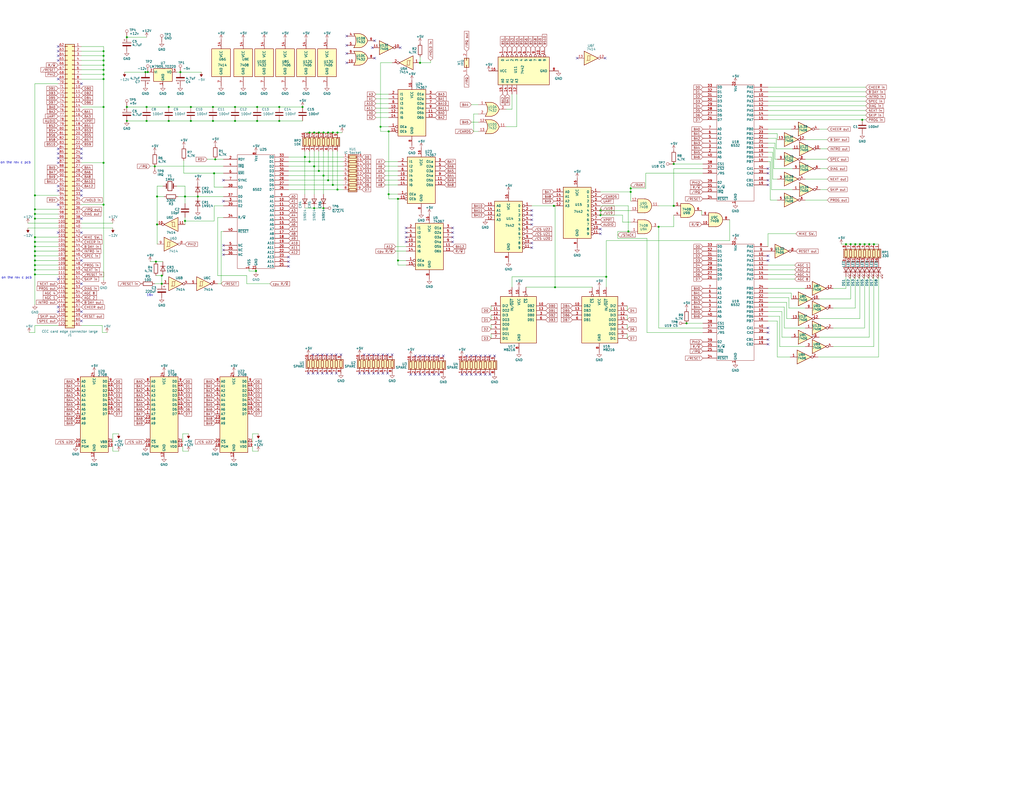
<source format=kicad_sch>
(kicad_sch (version 20230121) (generator eeschema)
  (paper "C")
  (junction (at 116.205 58.42))
  (junction (at 466.725 133.35))
  (junction (at 171.45 72.39))
  (junction (at 56.515 35.56))
  (junction (at 212.09 71.755))
  (junction (at 98.425 39.37))
  (junction (at 207.645 69.215))
  (junction (at 19.05 149.86))
  (junction (at 107.95 107.315))
  (junction (at 56.515 111.76))
  (junction (at 476.885 133.35))
  (junction (at 79.375 39.37))
  (junction (at 92.075 58.42))
  (junction (at 474.345 133.35))
  (junction (at 19.05 132.08))
  (junction (at 374.65 176.53))
  (junction (at 19.05 137.16))
  (junction (at 344.17 104.775))
  (junction (at 176.53 113.665))
  (junction (at 116.205 66.04))
  (junction (at 184.15 72.39))
  (junction (at 19.05 134.62))
  (junction (at 179.07 72.39))
  (junction (at 461.645 133.35))
  (junction (at 56.515 30.48))
  (junction (at 330.835 151.13))
  (junction (at 56.515 38.1))
  (junction (at 19.05 106.68))
  (junction (at 152.4 58.42))
  (junction (at 88.265 154.94))
  (junction (at 19.05 139.7))
  (junction (at 19.05 129.54))
  (junction (at 56.515 43.18))
  (junction (at 84.455 90.805))
  (junction (at 88.265 150.495))
  (junction (at 168.91 72.39))
  (junction (at 19.05 147.32))
  (junction (at 139.7 147.955))
  (junction (at 56.515 27.94))
  (junction (at 69.215 66.04))
  (junction (at 116.84 94.615))
  (junction (at 80.01 58.42))
  (junction (at 181.61 72.39))
  (junction (at 359.41 123.825))
  (junction (at 217.17 108.585))
  (junction (at 342.9 126.365))
  (junction (at 173.99 72.39))
  (junction (at 100.965 107.315))
  (junction (at 184.15 103.505))
  (junction (at 173.99 93.345))
  (junction (at 56.515 40.64))
  (junction (at 117.475 86.995))
  (junction (at 19.05 114.3))
  (junction (at 85.725 107.315))
  (junction (at 19.05 119.38))
  (junction (at 152.4 66.04))
  (junction (at 229.235 34.29))
  (junction (at 104.14 66.04))
  (junction (at 367.665 112.395))
  (junction (at 56.515 88.9))
  (junction (at 56.515 33.02))
  (junction (at 128.27 66.04))
  (junction (at 327.66 117.475))
  (junction (at 19.05 142.24))
  (junction (at 140.335 66.04))
  (junction (at 80.01 66.04))
  (junction (at 212.09 106.045))
  (junction (at 171.45 90.805))
  (junction (at 464.185 133.35))
  (junction (at 367.665 89.535))
  (junction (at 469.265 133.35))
  (junction (at 327.66 114.935))
  (junction (at 92.075 66.04))
  (junction (at 171.45 113.665))
  (junction (at 85.09 142.875))
  (junction (at 179.07 98.425))
  (junction (at 165.1 58.42))
  (junction (at 168.91 88.265))
  (junction (at 471.805 133.35))
  (junction (at 128.27 58.42))
  (junction (at 470.535 65.405))
  (junction (at 302.895 156.845))
  (junction (at 85.725 122.555))
  (junction (at 104.14 58.42))
  (junction (at 181.61 100.965))
  (junction (at 176.53 72.39))
  (junction (at 69.215 20.32))
  (junction (at 56.515 58.42))
  (junction (at 344.17 102.87))
  (junction (at 217.17 142.24))
  (junction (at 80.645 39.37))
  (junction (at 166.37 85.725))
  (junction (at 176.53 95.885))
  (junction (at 302.26 112.395))
  (junction (at 100.965 120.65))
  (junction (at 140.335 58.42))
  (junction (at 69.215 58.42))
  (junction (at 19.05 116.84))
  (junction (at 19.05 144.78))
  (no_connect (at 208.915 203.835))
  (no_connect (at 203.835 203.835))
  (no_connect (at 247.015 127))
  (no_connect (at 290.195 120.015))
  (no_connect (at 254.635 204.47))
  (no_connect (at 290.195 122.555))
  (no_connect (at 157.48 142.875))
  (no_connect (at 44.45 104.14))
  (no_connect (at 44.45 86.36))
  (no_connect (at 31.75 81.28))
  (no_connect (at 189.23 19.685))
  (no_connect (at 31.75 83.82))
  (no_connect (at 180.975 203.835))
  (no_connect (at 186.055 193.675))
  (no_connect (at 419.1 139.7))
  (no_connect (at 229.235 194.31))
  (no_connect (at 254.635 194.31))
  (no_connect (at 221.615 132.08))
  (no_connect (at 259.715 194.31))
  (no_connect (at 44.45 45.72))
  (no_connect (at 175.895 203.835))
  (no_connect (at 419.1 92.075))
  (no_connect (at 247.015 124.46))
  (no_connect (at 31.75 86.36))
  (no_connect (at 31.75 33.02))
  (no_connect (at 206.375 203.835))
  (no_connect (at 229.235 204.47))
  (no_connect (at 231.775 194.31))
  (no_connect (at 31.75 27.94))
  (no_connect (at 44.45 81.28))
  (no_connect (at 327.66 127.635))
  (no_connect (at 211.455 193.675))
  (no_connect (at 157.48 140.335))
  (no_connect (at 213.995 193.675))
  (no_connect (at 183.515 193.675))
  (no_connect (at 31.75 111.76))
  (no_connect (at 44.45 127))
  (no_connect (at 204.47 31.75))
  (no_connect (at 419.1 98.425))
  (no_connect (at 31.75 88.9))
  (no_connect (at 183.515 203.835))
  (no_connect (at 267.335 204.47))
  (no_connect (at 247.015 129.54))
  (no_connect (at 290.195 114.935))
  (no_connect (at 178.435 203.835))
  (no_connect (at 290.195 132.715))
  (no_connect (at 121.92 109.855))
  (no_connect (at 262.255 194.31))
  (no_connect (at 327.66 125.095))
  (no_connect (at 31.75 167.64))
  (no_connect (at 206.375 193.675))
  (no_connect (at 121.92 98.425))
  (no_connect (at 419.1 187.96))
  (no_connect (at 198.755 203.835))
  (no_connect (at 196.215 203.835))
  (no_connect (at 170.815 203.835))
  (no_connect (at 419.1 185.42))
  (no_connect (at 314.96 31.75))
  (no_connect (at 257.175 204.47))
  (no_connect (at 269.875 194.31))
  (no_connect (at 31.75 152.4))
  (no_connect (at 330.2 31.75))
  (no_connect (at 44.45 142.24))
  (no_connect (at 168.275 203.835))
  (no_connect (at 231.775 204.47))
  (no_connect (at 262.255 204.47))
  (no_connect (at 290.195 135.255))
  (no_connect (at 239.395 204.47))
  (no_connect (at 31.75 170.18))
  (no_connect (at 173.355 203.835))
  (no_connect (at 44.45 154.94))
  (no_connect (at 170.815 193.675))
  (no_connect (at 31.75 25.4))
  (no_connect (at 236.855 204.47))
  (no_connect (at 180.975 193.675))
  (no_connect (at 290.195 117.475))
  (no_connect (at 44.45 119.38))
  (no_connect (at 234.315 194.31))
  (no_connect (at 203.835 193.675))
  (no_connect (at 31.75 127))
  (no_connect (at 157.48 145.415))
  (no_connect (at 189.23 24.765))
  (no_connect (at 259.715 204.47))
  (no_connect (at 198.755 193.675))
  (no_connect (at 218.44 26.035))
  (no_connect (at 419.1 94.615))
  (no_connect (at 419.1 179.07))
  (no_connect (at 31.75 101.6))
  (no_connect (at 252.095 204.47))
  (no_connect (at 247.015 132.08))
  (no_connect (at 211.455 203.835))
  (no_connect (at 267.335 194.31))
  (no_connect (at 44.45 170.18))
  (no_connect (at 264.795 194.31))
  (no_connect (at 221.615 127))
  (no_connect (at 221.615 129.54))
  (no_connect (at 241.935 194.31))
  (no_connect (at 173.355 193.675))
  (no_connect (at 239.395 194.31))
  (no_connect (at 208.915 193.675))
  (no_connect (at 121.92 139.065))
  (no_connect (at 201.295 193.675))
  (no_connect (at 264.795 204.47))
  (no_connect (at 189.23 29.21))
  (no_connect (at 226.695 194.31))
  (no_connect (at 257.175 194.31))
  (no_connect (at 224.155 204.47))
  (no_connect (at 201.295 203.835))
  (no_connect (at 44.45 83.82))
  (no_connect (at 236.855 194.31))
  (no_connect (at 31.75 104.14))
  (no_connect (at 204.47 22.225))
  (no_connect (at 121.92 133.985))
  (no_connect (at 419.1 142.24))
  (no_connect (at 31.75 43.18))
  (no_connect (at 234.315 204.47))
  (no_connect (at 419.1 181.61))
  (no_connect (at 44.45 175.26))
  (no_connect (at 175.895 193.675))
  (no_connect (at 178.435 193.675))
  (no_connect (at 44.45 106.68))
  (no_connect (at 189.23 34.29))
  (no_connect (at 226.695 204.47))
  (no_connect (at 419.1 100.965))
  (no_connect (at 31.75 30.48))
  (no_connect (at 221.615 124.46))
  (no_connect (at 121.92 136.525))
  (no_connect (at 203.2 26.035))
  (wire (pts (xy 327.66 117.475) (xy 339.725 117.475)))
  (wire (pts (xy 19.05 132.08) (xy 19.05 134.62)))
  (wire (pts (xy 116.84 102.235) (xy 121.92 102.235)))
  (wire (pts (xy 276.225 69.215) (xy 281.94 69.215)))
  (wire (pts (xy 84.455 154.94) (xy 88.265 154.94)))
  (wire (pts (xy 176.53 72.39) (xy 179.07 72.39)))
  (wire (pts (xy 44.45 88.9) (xy 56.515 88.9)))
  (wire (pts (xy 337.185 126.365) (xy 342.9 126.365)))
  (wire (pts (xy 210.185 100.965) (xy 217.17 100.965)))
  (wire (pts (xy 422.91 78.105) (xy 419.1 78.105)))
  (wire (pts (xy 19.05 116.84) (xy 19.05 119.38)))
  (wire (pts (xy 19.05 181.61) (xy 15.875 181.61)))
  (wire (pts (xy 64.77 246.38) (xy 61.595 246.38)))
  (wire (pts (xy 342.265 172.085) (xy 342.265 174.625)))
  (wire (pts (xy 56.515 111.76) (xy 56.515 153.035)))
  (wire (pts (xy 81.915 90.805) (xy 84.455 90.805)))
  (wire (pts (xy 207.645 71.755) (xy 212.09 71.755)))
  (wire (pts (xy 337.185 126.365) (xy 337.185 130.175)))
  (wire (pts (xy 184.15 82.55) (xy 184.15 103.505)))
  (wire (pts (xy 419.1 170.18) (xy 426.72 170.18)))
  (wire (pts (xy 19.05 134.62) (xy 19.05 137.16)))
  (wire (pts (xy 367.665 89.535) (xy 383.54 89.535)))
  (wire (pts (xy 427.99 179.07) (xy 439.42 179.07)))
  (wire (pts (xy 212.09 71.755) (xy 212.09 106.045)))
  (wire (pts (xy 472.44 47.625) (xy 419.1 47.625)))
  (wire (pts (xy 44.45 30.48) (xy 56.515 30.48)))
  (wire (pts (xy 454.66 179.07) (xy 471.805 179.07)))
  (wire (pts (xy 31.75 114.3) (xy 19.05 114.3)))
  (wire (pts (xy 205.105 53.975) (xy 212.09 53.975)))
  (wire (pts (xy 287.02 156.845) (xy 302.895 156.845)))
  (wire (pts (xy 19.05 147.32) (xy 19.05 149.86)))
  (wire (pts (xy 215.9 134.62) (xy 221.615 134.62)))
  (wire (pts (xy 419.1 162.56) (xy 430.53 162.56)))
  (wire (pts (xy 234.95 33.02) (xy 234.95 34.29)))
  (wire (pts (xy 382.905 114.935) (xy 382.905 117.475)))
  (wire (pts (xy 15.24 121.92) (xy 31.75 121.92)))
  (wire (pts (xy 464.185 163.195) (xy 464.185 151.13)))
  (wire (pts (xy 419.1 157.48) (xy 439.42 157.48)))
  (wire (pts (xy 56.515 40.64) (xy 56.515 43.18)))
  (wire (pts (xy 451.485 92.075) (xy 447.675 92.075)))
  (wire (pts (xy 179.07 82.55) (xy 179.07 98.425)))
  (wire (pts (xy 424.18 194.945) (xy 431.165 194.945)))
  (wire (pts (xy 398.145 131.445) (xy 330.835 131.445)))
  (wire (pts (xy 102.87 246.38) (xy 99.695 246.38)))
  (wire (pts (xy 56.515 33.02) (xy 56.515 30.48)))
  (wire (pts (xy 383.54 179.07) (xy 359.41 179.07)))
  (wire (pts (xy 89.535 107.315) (xy 85.725 107.315)))
  (wire (pts (xy 55.88 181.61) (xy 55.88 177.8)))
  (wire (pts (xy 135.89 146.685) (xy 135.89 147.955)))
  (wire (pts (xy 421.64 97.79) (xy 424.18 97.79)))
  (wire (pts (xy 234.95 34.29) (xy 229.235 34.29)))
  (wire (pts (xy 139.7 148.59) (xy 139.7 147.955)))
  (wire (pts (xy 134.62 154.94) (xy 147.32 154.94)))
  (wire (pts (xy 171.45 90.805) (xy 171.45 106.045)))
  (wire (pts (xy 56.515 88.9) (xy 56.515 111.76)))
  (wire (pts (xy 258.445 71.755) (xy 260.985 71.755)))
  (wire (pts (xy 19.05 144.78) (xy 19.05 147.32)))
  (wire (pts (xy 344.17 100.965) (xy 344.17 102.87)))
  (wire (pts (xy 187.325 100.965) (xy 181.61 100.965)))
  (wire (pts (xy 184.15 72.39) (xy 186.69 72.39)))
  (wire (pts (xy 327.66 112.395) (xy 342.9 112.395)))
  (wire (pts (xy 140.335 66.04) (xy 152.4 66.04)))
  (wire (pts (xy 471.805 179.07) (xy 471.805 151.13)))
  (wire (pts (xy 205.105 61.595) (xy 212.09 61.595)))
  (wire (pts (xy 56.515 43.18) (xy 56.515 58.42)))
  (wire (pts (xy 430.53 168.275) (xy 439.42 168.275)))
  (wire (pts (xy 267.97 182.245) (xy 267.97 184.785)))
  (wire (pts (xy 447.04 163.195) (xy 464.185 163.195)))
  (wire (pts (xy 19.05 149.86) (xy 19.05 166.37)))
  (wire (pts (xy 470.535 65.405) (xy 419.1 65.405)))
  (wire (pts (xy 100.965 101.6) (xy 96.52 101.6)))
  (wire (pts (xy 427.99 167.64) (xy 427.99 179.07)))
  (wire (pts (xy 327.66 116.205) (xy 327.66 117.475)))
  (wire (pts (xy 422.275 80.645) (xy 419.1 80.645)))
  (wire (pts (xy 426.72 184.15) (xy 431.8 184.15)))
  (wire (pts (xy 419.1 167.64) (xy 427.99 167.64)))
  (wire (pts (xy 342.265 177.165) (xy 342.265 179.705)))
  (wire (pts (xy 466.725 133.35) (xy 464.185 133.35)))
  (wire (pts (xy 258.445 62.23) (xy 258.445 71.755)))
  (wire (pts (xy 79.375 39.37) (xy 80.645 39.37)))
  (wire (pts (xy 107.95 107.315) (xy 121.92 107.315)))
  (wire (pts (xy 44.45 124.46) (xy 61.595 124.46)))
  (wire (pts (xy 171.45 113.665) (xy 176.53 113.665)))
  (wire (pts (xy 157.48 88.265) (xy 168.91 88.265)))
  (wire (pts (xy 424.18 175.26) (xy 424.18 194.945)))
  (wire (pts (xy 420.37 88.265) (xy 420.37 109.22)))
  (wire (pts (xy 339.725 117.475) (xy 339.725 121.285)))
  (wire (pts (xy 121.92 118.745) (xy 118.745 118.745)))
  (wire (pts (xy 85.725 122.555) (xy 85.725 133.35)))
  (wire (pts (xy 55.88 177.8) (xy 44.45 177.8)))
  (wire (pts (xy 120.65 126.365) (xy 120.65 154.94)))
  (wire (pts (xy 451.485 76.2) (xy 439.42 76.2)))
  (wire (pts (xy 359.41 123.825) (xy 359.41 179.07)))
  (wire (pts (xy 100.965 107.315) (xy 100.965 101.6)))
  (wire (pts (xy 217.17 142.24) (xy 217.17 144.78)))
  (wire (pts (xy 472.44 55.245) (xy 419.1 55.245)))
  (wire (pts (xy 80.01 58.42) (xy 92.075 58.42)))
  (wire (pts (xy 100.965 120.65) (xy 116.84 120.65)))
  (wire (pts (xy 260.985 62.23) (xy 258.445 62.23)))
  (wire (pts (xy 344.17 104.775) (xy 344.17 109.855)))
  (wire (pts (xy 19.05 129.54) (xy 19.05 132.08)))
  (wire (pts (xy 422.275 80.645) (xy 422.275 92.075)))
  (wire (pts (xy 128.27 66.04) (xy 140.335 66.04)))
  (wire (pts (xy 279.4 51.435) (xy 279.4 59.69)))
  (wire (pts (xy 31.75 45.72) (xy 19.05 45.72)))
  (wire (pts (xy 31.75 139.7) (xy 19.05 139.7)))
  (wire (pts (xy 19.05 119.38) (xy 31.75 119.38)))
  (wire (pts (xy 210.185 98.425) (xy 217.17 98.425)))
  (wire (pts (xy 217.17 142.24) (xy 221.615 142.24)))
  (wire (pts (xy 19.05 181.61) (xy 19.05 177.8)))
  (wire (pts (xy 19.05 106.68) (xy 19.05 114.3)))
  (wire (pts (xy 157.48 103.505) (xy 184.15 103.505)))
  (wire (pts (xy 19.05 177.8) (xy 31.75 177.8)))
  (wire (pts (xy 44.45 121.92) (xy 61.595 121.92)))
  (wire (pts (xy 383.54 92.075) (xy 367.665 92.075)))
  (wire (pts (xy 137.795 236.855) (xy 137.795 241.3)))
  (wire (pts (xy 217.17 108.585) (xy 217.17 142.24)))
  (wire (pts (xy 134.62 150.495) (xy 134.62 154.94)))
  (wire (pts (xy 339.725 121.285) (xy 344.17 121.285)))
  (wire (pts (xy 31.75 144.78) (xy 19.05 144.78)))
  (wire (pts (xy 421.64 83.185) (xy 421.64 97.79)))
  (wire (pts (xy 327.66 104.775) (xy 344.17 104.775)))
  (wire (pts (xy 61.595 236.855) (xy 61.595 241.3)))
  (wire (pts (xy 135.89 147.955) (xy 139.7 147.955)))
  (wire (pts (xy 430.53 162.56) (xy 430.53 168.275)))
  (wire (pts (xy 128.27 58.42) (xy 140.335 58.42)))
  (wire (pts (xy 451.485 86.995) (xy 439.42 86.995)))
  (wire (pts (xy 31.75 137.16) (xy 19.05 137.16)))
  (wire (pts (xy 267.97 177.165) (xy 267.97 179.705)))
  (wire (pts (xy 476.885 133.35) (xy 474.345 133.35)))
  (wire (pts (xy 466.725 168.275) (xy 466.725 151.13)))
  (wire (pts (xy 187.325 95.885) (xy 176.53 95.885)))
  (wire (pts (xy 152.4 58.42) (xy 165.1 58.42)))
  (wire (pts (xy 104.14 58.42) (xy 116.205 58.42)))
  (wire (pts (xy 166.37 72.39) (xy 168.91 72.39)))
  (wire (pts (xy 327.66 113.665) (xy 327.66 114.935)))
  (wire (pts (xy 210.185 88.265) (xy 217.17 88.265)))
  (wire (pts (xy 454.66 168.275) (xy 466.725 168.275)))
  (wire (pts (xy 168.91 82.55) (xy 168.91 88.265)))
  (wire (pts (xy 367.665 92.075) (xy 367.665 112.395)))
  (wire (pts (xy 179.07 98.425) (xy 187.325 98.425)))
  (wire (pts (xy 166.37 85.725) (xy 166.37 106.045)))
  (wire (pts (xy 100.965 107.315) (xy 100.965 111.125)))
  (wire (pts (xy 419.1 73.025) (xy 424.18 73.025)))
  (wire (pts (xy 422.91 86.995) (xy 422.91 78.105)))
  (wire (pts (xy 157.48 98.425) (xy 179.07 98.425)))
  (wire (pts (xy 469.265 133.35) (xy 466.725 133.35)))
  (wire (pts (xy 44.45 58.42) (xy 56.515 58.42)))
  (wire (pts (xy 58.42 181.61) (xy 55.88 181.61)))
  (wire (pts (xy 85.725 101.6) (xy 85.725 107.315)))
  (wire (pts (xy 383.54 181.61) (xy 353.06 181.61)))
  (wire (pts (xy 44.45 35.56) (xy 56.515 35.56)))
  (wire (pts (xy 67.945 39.37) (xy 79.375 39.37)))
  (wire (pts (xy 454.66 189.23) (xy 476.885 189.23)))
  (wire (pts (xy 451.485 97.79) (xy 439.42 97.79)))
  (wire (pts (xy 422.275 92.075) (xy 432.435 92.075)))
  (wire (pts (xy 56.515 30.48) (xy 56.515 27.94)))
  (wire (pts (xy 81.28 39.37) (xy 80.645 39.37)))
  (wire (pts (xy 451.485 70.485) (xy 447.04 70.485)))
  (wire (pts (xy 31.75 149.86) (xy 19.05 149.86)))
  (wire (pts (xy 327.66 114.935) (xy 344.17 114.935)))
  (wire (pts (xy 461.645 133.35) (xy 459.105 133.35)))
  (wire (pts (xy 173.99 82.55) (xy 173.99 93.345)))
  (wire (pts (xy 447.04 184.15) (xy 474.345 184.15)))
  (wire (pts (xy 187.325 88.265) (xy 168.91 88.265)))
  (wire (pts (xy 330.835 131.445) (xy 330.835 151.13)))
  (wire (pts (xy 419.1 127.635) (xy 419.1 134.62)))
  (wire (pts (xy 353.06 181.61) (xy 353.06 130.175)))
  (wire (pts (xy 97.155 107.315) (xy 100.965 107.315)))
  (wire (pts (xy 85.09 142.875) (xy 88.9 142.875)))
  (wire (pts (xy 425.45 189.23) (xy 439.42 189.23)))
  (wire (pts (xy 434.34 127.635) (xy 419.1 127.635)))
  (wire (pts (xy 419.1 175.26) (xy 424.18 175.26)))
  (wire (pts (xy 472.44 50.165) (xy 419.1 50.165)))
  (wire (pts (xy 44.45 38.1) (xy 56.515 38.1)))
  (wire (pts (xy 446.405 194.945) (xy 479.425 194.945)))
  (wire (pts (xy 451.485 109.22) (xy 439.42 109.22)))
  (wire (pts (xy 212.09 108.585) (xy 217.17 108.585)))
  (wire (pts (xy 69.215 66.04) (xy 80.01 66.04)))
  (wire (pts (xy 171.45 72.39) (xy 173.99 72.39)))
  (wire (pts (xy 100.965 118.745) (xy 100.965 120.65)))
  (wire (pts (xy 433.705 144.78) (xy 419.1 144.78)))
  (wire (pts (xy 139.7 147.955) (xy 139.7 146.685)))
  (wire (pts (xy 302.895 112.395) (xy 302.26 112.395)))
  (wire (pts (xy 137.795 246.38) (xy 137.795 243.84)))
  (wire (pts (xy 419.1 70.485) (xy 431.8 70.485)))
  (wire (pts (xy 472.44 52.705) (xy 419.1 52.705)))
  (wire (pts (xy 451.485 103.505) (xy 447.675 103.505)))
  (wire (pts (xy 330.835 156.845) (xy 330.835 151.13)))
  (wire (pts (xy 99.695 246.38) (xy 99.695 243.84)))
  (wire (pts (xy 121.92 94.615) (xy 116.84 94.615)))
  (wire (pts (xy 472.44 60.325) (xy 419.1 60.325)))
  (wire (pts (xy 342.265 167.005) (xy 342.265 169.545)))
  (wire (pts (xy 80.01 66.04) (xy 92.075 66.04)))
  (wire (pts (xy 469.265 173.99) (xy 469.265 151.13)))
  (wire (pts (xy 267.97 172.085) (xy 267.97 174.625)))
  (wire (pts (xy 168.91 72.39) (xy 171.45 72.39)))
  (wire (pts (xy 179.07 72.39) (xy 181.61 72.39)))
  (wire (pts (xy 19.05 142.24) (xy 19.05 144.78)))
  (wire (pts (xy 344.17 102.87) (xy 352.425 102.87)))
  (wire (pts (xy 81.915 142.875) (xy 85.09 142.875)))
  (wire (pts (xy 157.48 90.805) (xy 171.45 90.805)))
  (wire (pts (xy 92.075 58.42) (xy 104.14 58.42)))
  (wire (pts (xy 257.175 66.675) (xy 260.985 66.675)))
  (wire (pts (xy 118.745 150.495) (xy 134.62 150.495)))
  (wire (pts (xy 44.45 33.02) (xy 56.515 33.02)))
  (wire (pts (xy 344.17 102.87) (xy 344.17 104.775)))
  (wire (pts (xy 212.09 106.045) (xy 217.17 106.045)))
  (wire (pts (xy 472.44 62.865) (xy 419.1 62.865)))
  (wire (pts (xy 152.4 66.04) (xy 165.1 66.04)))
  (wire (pts (xy 302.895 112.395) (xy 302.895 156.845)))
  (wire (pts (xy 116.84 94.615) (xy 116.84 102.235)))
  (wire (pts (xy 429.26 165.1) (xy 429.26 173.99)))
  (wire (pts (xy 187.325 90.805) (xy 171.45 90.805)))
  (wire (pts (xy 85.09 150.495) (xy 88.265 150.495)))
  (wire (pts (xy 56.515 38.1) (xy 56.515 40.64)))
  (wire (pts (xy 140.97 236.855) (xy 137.795 236.855)))
  (wire (pts (xy 19.05 114.3) (xy 19.05 116.84)))
  (wire (pts (xy 173.99 72.39) (xy 176.53 72.39)))
  (wire (pts (xy 433.705 149.86) (xy 419.1 149.86)))
  (wire (pts (xy 157.48 93.345) (xy 173.99 93.345)))
  (wire (pts (xy 56.515 38.1) (xy 56.515 35.56)))
  (wire (pts (xy 426.72 170.18) (xy 426.72 184.15)))
  (wire (pts (xy 421.64 83.185) (xy 419.1 83.185)))
  (wire (pts (xy 276.225 59.69) (xy 279.4 59.69)))
  (wire (pts (xy 19.05 119.38) (xy 19.05 129.54)))
  (wire (pts (xy 31.75 134.62) (xy 19.05 134.62)))
  (wire (pts (xy 205.105 59.055) (xy 212.09 59.055)))
  (wire (pts (xy 56.515 58.42) (xy 56.515 88.9)))
  (wire (pts (xy 44.45 43.18) (xy 56.515 43.18)))
  (wire (pts (xy 207.645 69.215) (xy 207.645 71.755)))
  (wire (pts (xy 471.805 133.35) (xy 469.265 133.35)))
  (wire (pts (xy 56.515 27.94) (xy 56.515 25.4)))
  (wire (pts (xy 19.05 139.7) (xy 19.05 142.24)))
  (wire (pts (xy 19.05 45.72) (xy 19.05 106.68)))
  (wire (pts (xy 257.175 57.15) (xy 260.985 57.15)))
  (wire (pts (xy 451.485 81.28) (xy 447.675 81.28)))
  (wire (pts (xy 181.61 82.55) (xy 181.61 100.965)))
  (wire (pts (xy 116.84 112.395) (xy 121.92 112.395)))
  (wire (pts (xy 479.425 194.945) (xy 479.425 151.13)))
  (wire (pts (xy 433.705 152.4) (xy 419.1 152.4)))
  (wire (pts (xy 205.105 51.435) (xy 212.09 51.435)))
  (wire (pts (xy 205.105 56.515) (xy 212.09 56.515)))
  (wire (pts (xy 419.1 75.565) (xy 423.545 75.565)))
  (wire (pts (xy 80.01 58.42) (xy 69.215 58.42)))
  (wire (pts (xy 210.185 95.885) (xy 217.17 95.885)))
  (wire (pts (xy 472.44 57.785) (xy 419.1 57.785)))
  (wire (pts (xy 229.235 31.115) (xy 229.235 34.29)))
  (wire (pts (xy 61.595 246.38) (xy 61.595 243.84)))
  (wire (pts (xy 210.185 90.805) (xy 217.17 90.805)))
  (wire (pts (xy 99.695 236.855) (xy 99.695 241.3)))
  (wire (pts (xy 367.665 123.825) (xy 367.665 117.475)))
  (wire (pts (xy 210.185 93.345) (xy 217.17 93.345)))
  (wire (pts (xy 118.745 118.745) (xy 118.745 150.495)))
  (wire (pts (xy 454.66 157.48) (xy 461.645 157.48)))
  (wire (pts (xy 359.41 112.395) (xy 367.665 112.395)))
  (wire (pts (xy 425.45 172.72) (xy 425.45 189.23)))
  (wire (pts (xy 104.14 66.04) (xy 116.205 66.04)))
  (wire (pts (xy 290.195 112.395) (xy 302.26 112.395)))
  (wire (pts (xy 44.45 27.94) (xy 56.515 27.94)))
  (wire (pts (xy 359.41 123.825) (xy 367.665 123.825)))
  (wire (pts (xy 121.92 126.365) (xy 120.65 126.365)))
  (wire (pts (xy 281.94 69.215) (xy 281.94 51.435)))
  (wire (pts (xy 472.44 65.405) (xy 470.535 65.405)))
  (wire (pts (xy 267.97 167.005) (xy 267.97 169.545)))
  (wire (pts (xy 176.53 95.885) (xy 176.53 106.045)))
  (wire (pts (xy 88.9 101.6) (xy 85.725 101.6)))
  (wire (pts (xy 113.03 86.995) (xy 117.475 86.995)))
  (wire (pts (xy 102.87 236.855) (xy 99.695 236.855)))
  (wire (pts (xy 187.325 103.505) (xy 184.15 103.505)))
  (wire (pts (xy 464.185 133.35) (xy 461.645 133.35)))
  (wire (pts (xy 107.95 107.315) (xy 100.965 107.315)))
  (wire (pts (xy 419.1 160.02) (xy 431.8 160.02)))
  (wire (pts (xy 337.185 130.175) (xy 353.06 130.175)))
  (wire (pts (xy 85.725 107.315) (xy 85.725 122.555)))
  (wire (pts (xy 166.37 113.665) (xy 171.45 113.665)))
  (wire (pts (xy 19.05 116.84) (xy 31.75 116.84)))
  (wire (pts (xy 279.4 151.13) (xy 330.835 151.13)))
  (wire (pts (xy 100.33 87.63) (xy 100.33 94.615)))
  (wire (pts (xy 176.53 82.55) (xy 176.53 95.885)))
  (wire (pts (xy 352.425 94.615) (xy 352.425 102.87)))
  (wire (pts (xy 116.84 94.615) (xy 100.33 94.615)))
  (wire (pts (xy 421.005 85.725) (xy 421.005 103.505)))
  (wire (pts (xy 31.75 132.08) (xy 19.05 132.08)))
  (wire (pts (xy 116.205 58.42) (xy 128.27 58.42)))
  (wire (pts (xy 424.18 76.2) (xy 424.18 73.025)))
  (wire (pts (xy 342.9 126.365) (xy 342.9 112.395)))
  (wire (pts (xy 474.345 184.15) (xy 474.345 151.13)))
  (wire (pts (xy 140.335 58.42) (xy 152.4 58.42)))
  (wire (pts (xy 157.48 95.885) (xy 176.53 95.885)))
  (wire (pts (xy 431.8 160.02) (xy 431.8 163.195)))
  (wire (pts (xy 419.1 165.1) (xy 429.26 165.1)))
  (wire (pts (xy 212.09 106.045) (xy 212.09 108.585)))
  (wire (pts (xy 461.645 157.48) (xy 461.645 151.13)))
  (wire (pts (xy 447.04 173.99) (xy 469.265 173.99)))
  (wire (pts (xy 173.99 93.345) (xy 187.325 93.345)))
  (wire (pts (xy 31.75 147.32) (xy 19.05 147.32)))
  (wire (pts (xy 398.145 120.015) (xy 398.145 131.445)))
  (wire (pts (xy 44.45 25.4) (xy 56.515 25.4)))
  (wire (pts (xy 421.005 85.725) (xy 419.1 85.725)))
  (wire (pts (xy 207.645 34.29) (xy 207.645 69.215)))
  (wire (pts (xy 474.345 133.35) (xy 471.805 133.35)))
  (wire (pts (xy 15.24 124.46) (xy 31.75 124.46)))
  (wire (pts (xy 433.705 147.32) (xy 419.1 147.32)))
  (wire (pts (xy 98.425 39.37) (xy 96.52 39.37)))
  (wire (pts (xy 479.425 133.35) (xy 476.885 133.35)))
  (wire (pts (xy 420.37 88.265) (xy 419.1 88.265)))
  (wire (pts (xy 213.995 34.29) (xy 207.645 34.29)))
  (wire (pts (xy 109.855 39.37) (xy 98.425 39.37)))
  (wire (pts (xy 429.26 173.99) (xy 431.8 173.99)))
  (wire (pts (xy 383.54 94.615) (xy 352.425 94.615)))
  (wire (pts (xy 476.885 189.23) (xy 476.885 151.13)))
  (wire (pts (xy 116.205 66.04) (xy 128.27 66.04)))
  (wire (pts (xy 56.515 35.56) (xy 56.515 33.02)))
  (wire (pts (xy 157.48 100.965) (xy 181.61 100.965)))
  (wire (pts (xy 69.215 20.32) (xy 80.01 20.32)))
  (wire (pts (xy 423.545 81.28) (xy 432.435 81.28)))
  (wire (pts (xy 44.45 40.64) (xy 56.515 40.64)))
  (wire (pts (xy 88.265 150.495) (xy 88.265 154.94)))
  (wire (pts (xy 420.37 109.22) (xy 424.18 109.22)))
  (wire (pts (xy 64.77 236.855) (xy 61.595 236.855)))
  (wire (pts (xy 215.9 137.16) (xy 221.615 137.16)))
  (wire (pts (xy 100.965 122.555) (xy 100.965 120.65)))
  (wire (pts (xy 302.895 156.845) (xy 323.215 156.845)))
  (wire (pts (xy 166.37 82.55) (xy 166.37 85.725)))
  (wire (pts (xy 84.455 90.805) (xy 121.92 90.805)))
  (wire (pts (xy 157.48 85.725) (xy 166.37 85.725)))
  (wire (pts (xy 19.05 137.16) (xy 19.05 139.7)))
  (wire (pts (xy 171.45 82.55) (xy 171.45 90.805)))
  (wire (pts (xy 423.545 75.565) (xy 423.545 81.28)))
  (wire (pts (xy 44.45 111.76) (xy 56.515 111.76)))
  (wire (pts (xy 92.075 66.04) (xy 104.14 66.04)))
  (wire (pts (xy 19.05 142.24) (xy 31.75 142.24)))
  (wire (pts (xy 140.97 246.38) (xy 137.795 246.38)))
  (wire (pts (xy 88.265 150.495) (xy 88.9 150.495)))
  (wire (pts (xy 342.265 182.245) (xy 342.265 184.785)))
  (wire (pts (xy 116.84 120.65) (xy 116.84 112.395)))
  (wire (pts (xy 117.475 86.995) (xy 121.92 86.995)))
  (wire (pts (xy 187.325 85.725) (xy 166.37 85.725)))
  (wire (pts (xy 217.17 144.78) (xy 221.615 144.78)))
  (wire (pts (xy 279.4 151.13) (xy 279.4 156.845)))
  (wire (pts (xy 207.645 69.215) (xy 212.09 69.215)))
  (wire (pts (xy 31.75 106.68) (xy 19.05 106.68)))
  (wire (pts (xy 419.1 172.72) (xy 425.45 172.72)))
  (wire (pts (xy 421.005 103.505) (xy 432.435 103.505)))
  (wire (pts (xy 342.9 126.365) (xy 344.17 126.365)))
  (wire (pts (xy 19.05 129.54) (xy 31.75 129.54)))
  (wire (pts (xy 422.91 86.995) (xy 424.18 86.995)))
  (wire (pts (xy 120.65 154.94) (xy 118.745 154.94)))
  (wire (pts (xy 374.65 176.53) (xy 383.54 176.53)))
  (wire (pts (xy 205.105 64.135) (xy 212.09 64.135)))
  (wire (pts (xy 181.61 72.39) (xy 184.15 72.39)))
  (text "112 grounded on rev c schematic, not grounded on the rev c pcb" (at -47.625 152.4 0) (effects (font (size 1.27 1.27)) (justify left bottom)))
  (text "87 grounded on rev c schematic, not grounded on the rev c pcb" (at -46.99 89.535 0) (effects (font (size 1.27 1.27)) (justify left bottom)))
  (text "16v" (at 80.01 161.925 0) (effects (font (size 1.27 1.27)) (justify left bottom)))
  (global_label "D2" (shape input) (at 197.485 90.805 0) (property "Intersheetrefs" "${INTERSHEET_REFS}" (effects hide)))
  (global_label "BA1" (shape input) (at 383.54 160.02 180) (property "Intersheetrefs" "${INTERSHEET_REFS}" (effects hide)))
  (global_label "D1" (shape input) (at 197.485 88.265 0) (property "Intersheetrefs" "${INTERSHEET_REFS}" (effects hide)))
  (global_label "A8" (shape input) (at 210.185 100.965 180) (property "Intersheetrefs" "${INTERSHEET_REFS}" (effects hide)))
  (global_label "D3" (shape input) (at 137.795 215.9 0) (property "Intersheetrefs" "${INTERSHEET_REFS}" (effects hide)))
  (global_label "{slash}RESET in" (shape input) (at 44.45 149.86 0) (property "Intersheetrefs" "${INTERSHEET_REFS}" (effects hide)))
  (global_label "BA5" (shape input) (at 31.75 91.44 180) (property "Intersheetrefs" "${INTERSHEET_REFS}" (effects hide)))
  (global_label "PHI2" (shape input) (at 31.75 40.64 180) (property "Intersheetrefs" "${INTERSHEET_REFS}" (effects hide)))
  (global_label "AGC 8" (shape input) (at 44.45 160.02 0) (property "Intersheetrefs" "${INTERSHEET_REFS}" (effects hide)))
  (global_label "A7" (shape input) (at 157.48 125.095 0) (property "Intersheetrefs" "${INTERSHEET_REFS}" (effects hide)))
  (global_label "BS3" (shape input) (at 279.4 26.035 90) (property "Intersheetrefs" "${INTERSHEET_REFS}" (effects hide)))
  (global_label "BA4" (shape input) (at 79.375 218.44 180) (property "Intersheetrefs" "${INTERSHEET_REFS}" (effects hide)))
  (global_label "INTRO in" (shape input) (at 472.44 52.705 0) (property "Intersheetrefs" "${INTERSHEET_REFS}" (effects hide)))
  (global_label "DB0" (shape input) (at 297.815 167.005 0) (property "Intersheetrefs" "${INTERSHEET_REFS}" (effects hide)))
  (global_label "D5" (shape input) (at 99.695 220.98 0) (property "Intersheetrefs" "${INTERSHEET_REFS}" (effects hide)))
  (global_label "{slash}IRQ" (shape input) (at 81.915 90.805 180) (property "Intersheetrefs" "${INTERSHEET_REFS}" (effects hide)))
  (global_label "DB6" (shape input) (at 44.45 55.88 0) (property "Intersheetrefs" "${INTERSHEET_REFS}" (effects hide)))
  (global_label "BA5" (shape input) (at 117.475 220.98 180) (property "Intersheetrefs" "${INTERSHEET_REFS}" (effects hide)))
  (global_label "D0" (shape input) (at 383.54 47.625 180) (property "Intersheetrefs" "${INTERSHEET_REFS}" (effects hide)))
  (global_label "BA5" (shape input) (at 242.57 93.345 0) (property "Intersheetrefs" "${INTERSHEET_REFS}" (effects hide)))
  (global_label "A7" (shape input) (at 210.185 88.265 180) (property "Intersheetrefs" "${INTERSHEET_REFS}" (effects hide)))
  (global_label "SPEC out" (shape input) (at 451.485 86.995 0) (property "Intersheetrefs" "${INTERSHEET_REFS}" (effects hide)))
  (global_label "DB4" (shape input) (at 44.45 53.34 0) (property "Intersheetrefs" "${INTERSHEET_REFS}" (effects hide)))
  (global_label "D5" (shape input) (at 383.54 60.325 180) (property "Intersheetrefs" "${INTERSHEET_REFS}" (effects hide)))
  (global_label "NEXT out" (shape input) (at 31.75 154.94 180) (property "Intersheetrefs" "${INTERSHEET_REFS}" (effects hide)))
  (global_label "D6" (shape input) (at 137.795 223.52 0) (property "Intersheetrefs" "${INTERSHEET_REFS}" (effects hide)))
  (global_label "BS5" (shape input) (at 44.45 73.66 0) (property "Intersheetrefs" "${INTERSHEET_REFS}" (effects hide)))
  (global_label "BA4" (shape input) (at 257.175 57.15 180) (property "Intersheetrefs" "${INTERSHEET_REFS}" (effects hide)))
  (global_label "CHEER out" (shape input) (at 451.485 70.485 0) (property "Intersheetrefs" "${INTERSHEET_REFS}" (effects hide)))
  (global_label "{slash}HOLD in" (shape input) (at 44.45 109.22 0) (property "Intersheetrefs" "${INTERSHEET_REFS}" (effects hide)))
  (global_label "BS8" (shape input) (at 292.1 26.035 90) (property "Intersheetrefs" "${INTERSHEET_REFS}" (effects hide)))
  (global_label "BA9" (shape input) (at 31.75 96.52 180) (property "Intersheetrefs" "${INTERSHEET_REFS}" (effects hide)))
  (global_label "BA5" (shape input) (at 383.54 83.185 180) (property "Intersheetrefs" "${INTERSHEET_REFS}" (effects hide)))
  (global_label "BA3" (shape input) (at 383.54 78.105 180) (property "Intersheetrefs" "${INTERSHEET_REFS}" (effects hide)))
  (global_label "BA10" (shape input) (at 264.795 112.395 180) (property "Intersheetrefs" "${INTERSHEET_REFS}" (effects hide)))
  (global_label "D0" (shape input) (at 383.54 134.62 180) (property "Intersheetrefs" "${INTERSHEET_REFS}" (effects hide)))
  (global_label "A4" (shape input) (at 210.185 95.885 180) (property "Intersheetrefs" "${INTERSHEET_REFS}" (effects hide)))
  (global_label "A3" (shape input) (at 205.105 51.435 180) (property "Intersheetrefs" "${INTERSHEET_REFS}" (effects hide)))
  (global_label "BA2" (shape input) (at 237.49 64.135 0) (property "Intersheetrefs" "${INTERSHEET_REFS}" (effects hide)))
  (global_label "BA3" (shape input) (at 237.49 51.435 0) (property "Intersheetrefs" "${INTERSHEET_REFS}" (effects hide)))
  (global_label "BA0" (shape input) (at 41.275 208.28 180) (property "Intersheetrefs" "${INTERSHEET_REFS}" (effects hide)))
  (global_label "cpu R{slash}~{W}" (shape input) (at 215.9 137.16 180) (property "Intersheetrefs" "${INTERSHEET_REFS}" (effects hide)))
  (global_label "D5" (shape input) (at 383.54 147.32 180) (property "Intersheetrefs" "${INTERSHEET_REFS}" (effects hide)))
  (global_label "SKIP out" (shape input) (at 31.75 172.72 180) (property "Intersheetrefs" "${INTERSHEET_REFS}" (effects hide)))
  (global_label "A1" (shape input) (at 157.48 109.855 0) (property "Intersheetrefs" "${INTERSHEET_REFS}" (effects hide)))
  (global_label "{slash}CS U22" (shape input) (at 117.475 241.3 180) (property "Intersheetrefs" "${INTERSHEET_REFS}" (effects hide)))
  (global_label "D5" (shape input) (at 137.795 220.98 0) (property "Intersheetrefs" "${INTERSHEET_REFS}" (effects hide)))
  (global_label "D1" (shape input) (at 137.795 210.82 0) (property "Intersheetrefs" "${INTERSHEET_REFS}" (effects hide)))
  (global_label "SKIP out" (shape input) (at 451.485 103.505 0) (property "Intersheetrefs" "${INTERSHEET_REFS}" (effects hide)))
  (global_label "BA4" (shape input) (at 383.54 167.64 180) (property "Intersheetrefs" "${INTERSHEET_REFS}" (effects hide)))
  (global_label "A12" (shape input) (at 157.48 137.795 0) (property "Intersheetrefs" "${INTERSHEET_REFS}" (effects hide)))
  (global_label "B'DAY in" (shape input) (at 472.44 50.165 0) (property "Intersheetrefs" "${INTERSHEET_REFS}" (effects hide)))
  (global_label "D0" (shape input) (at 137.795 208.28 0) (property "Intersheetrefs" "${INTERSHEET_REFS}" (effects hide)))
  (global_label "BA0" (shape input) (at 31.75 58.42 180) (property "Intersheetrefs" "${INTERSHEET_REFS}" (effects hide)))
  (global_label "BA10" (shape input) (at 237.49 56.515 0) (property "Intersheetrefs" "${INTERSHEET_REFS}" (effects hide)))
  (global_label "D0" (shape input) (at 197.485 85.725 0) (property "Intersheetrefs" "${INTERSHEET_REFS}" (effects hide)))
  (global_label "D2" (shape input) (at 99.695 213.36 0) (property "Intersheetrefs" "${INTERSHEET_REFS}" (effects hide)))
  (global_label "D5" (shape input) (at 61.595 220.98 0) (property "Intersheetrefs" "${INTERSHEET_REFS}" (effects hide)))
  (global_label "D4" (shape input) (at 137.795 218.44 0) (property "Intersheetrefs" "${INTERSHEET_REFS}" (effects hide)))
  (global_label "D3" (shape input) (at 383.54 142.24 180) (property "Intersheetrefs" "${INTERSHEET_REFS}" (effects hide)))
  (global_label "D0" (shape input) (at 267.97 169.545 180) (property "Intersheetrefs" "${INTERSHEET_REFS}" (effects hide)))
  (global_label "BS8" (shape input) (at 31.75 76.2 180) (property "Intersheetrefs" "${INTERSHEET_REFS}" (effects hide)))
  (global_label "BA6" (shape input) (at 383.54 172.72 180) (property "Intersheetrefs" "${INTERSHEET_REFS}" (effects hide)))
  (global_label "BA2" (shape input) (at 79.375 213.36 180) (property "Intersheetrefs" "${INTERSHEET_REFS}" (effects hide)))
  (global_label "BA0" (shape input) (at 79.375 208.28 180) (property "Intersheetrefs" "${INTERSHEET_REFS}" (effects hide)))
  (global_label "BS7" (shape input) (at 44.45 76.2 0) (property "Intersheetrefs" "${INTERSHEET_REFS}" (effects hide)))
  (global_label "BA12" (shape input) (at 264.795 117.475 180) (property "Intersheetrefs" "${INTERSHEET_REFS}" (effects hide)))
  (global_label "NEXT in" (shape input) (at 472.44 60.325 0) (property "Intersheetrefs" "${INTERSHEET_REFS}" (effects hide)))
  (global_label "BA3" (shape input) (at 79.375 215.9 180) (property "Intersheetrefs" "${INTERSHEET_REFS}" (effects hide)))
  (global_label "D6" (shape input) (at 383.54 149.86 180) (property "Intersheetrefs" "${INTERSHEET_REFS}" (effects hide)))
  (global_label "BS6" (shape input) (at 31.75 73.66 180) (property "Intersheetrefs" "${INTERSHEET_REFS}" (effects hide)))
  (global_label "A2" (shape input) (at 205.105 64.135 180) (property "Intersheetrefs" "${INTERSHEET_REFS}" (effects hide)))
  (global_label "BS9" (shape input) (at 294.64 26.035 90) (property "Intersheetrefs" "${INTERSHEET_REFS}" (effects hide)))
  (global_label "BA6" (shape input) (at 383.54 85.725 180) (property "Intersheetrefs" "${INTERSHEET_REFS}" (effects hide)))
  (global_label "A1" (shape input) (at 205.105 53.975 180) (property "Intersheetrefs" "${INTERSHEET_REFS}" (effects hide)))
  (global_label "BA5" (shape input) (at 79.375 220.98 180) (property "Intersheetrefs" "${INTERSHEET_REFS}" (effects hide)))
  (global_label "BA3" (shape input) (at 383.54 165.1 180) (property "Intersheetrefs" "${INTERSHEET_REFS}" (effects hide)))
  (global_label "BA11" (shape input) (at 237.49 59.055 0) (property "Intersheetrefs" "${INTERSHEET_REFS}" (effects hide)))
  (global_label "cpu R{slash}~{W}" (shape input) (at 147.32 154.94 0) (property "Intersheetrefs" "${INTERSHEET_REFS}" (effects hide)))
  (global_label "BA2" (shape input) (at 383.54 75.565 180) (property "Intersheetrefs" "${INTERSHEET_REFS}" (effects hide)))
  (global_label "D6" (shape input) (at 197.485 100.965 0) (property "Intersheetrefs" "${INTERSHEET_REFS}" (effects hide)))
  (global_label "{slash}HOLD in" (shape input) (at 234.95 33.02 90) (property "Intersheetrefs" "${INTERSHEET_REFS}" (effects hide)))
  (global_label "BA4" (shape input) (at 117.475 218.44 180) (property "Intersheetrefs" "${INTERSHEET_REFS}" (effects hide)))
  (global_label "CHEER in" (shape input) (at 472.44 47.625 0) (property "Intersheetrefs" "${INTERSHEET_REFS}" (effects hide)))
  (global_label "{slash}CS U20" (shape input) (at 41.275 241.3 180) (property "Intersheetrefs" "${INTERSHEET_REFS}" (effects hide)))
  (global_label "DIAG out" (shape input) (at 44.45 116.84 0) (property "Intersheetrefs" "${INTERSHEET_REFS}" (effects hide)))
  (global_label "{slash}RESET" (shape input) (at 120.65 154.94 0) (property "Intersheetrefs" "${INTERSHEET_REFS}" (effects hide)))
  (global_label "DIAG out" (shape input) (at 451.485 92.075 0) (property "Intersheetrefs" "${INTERSHEET_REFS}" (effects hide)))
  (global_label "{slash}RESET" (shape input) (at 31.75 38.1 180) (property "Intersheetrefs" "${INTERSHEET_REFS}" (effects hide)))
  (global_label "DB3" (shape input) (at 297.815 174.625 0) (property "Intersheetrefs" "${INTERSHEET_REFS}" (effects hide)))
  (global_label "{slash}CS U21" (shape input) (at 290.195 127.635 0) (property "Intersheetrefs" "${INTERSHEET_REFS}" (effects hide)))
  (global_label "PHI2" (shape input) (at 383.54 99.695 180) (property "Intersheetrefs" "${INTERSHEET_REFS}" (effects hide)))
  (global_label "B'DAY out" (shape input) (at 44.45 165.1 0) (property "Intersheetrefs" "${INTERSHEET_REFS}" (effects hide)))
  (global_label "MIKE SW." (shape input) (at 44.45 129.54 0) (property "Intersheetrefs" "${INTERSHEET_REFS}" (effects hide)))
  (global_label "BA9" (shape input) (at 41.275 231.14 180) (property "Intersheetrefs" "${INTERSHEET_REFS}" (effects hide)))
  (global_label "D2" (shape input) (at 383.54 52.705 180) (property "Intersheetrefs" "${INTERSHEET_REFS}" (effects hide)))
  (global_label "BA8" (shape input) (at 41.275 228.6 180) (property "Intersheetrefs" "${INTERSHEET_REFS}" (effects hide)))
  (global_label "DIAG in" (shape input) (at 44.45 157.48 0) (property "Intersheetrefs" "${INTERSHEET_REFS}" (effects hide)))
  (global_label "{slash}CS U22" (shape input) (at 290.195 125.095 0) (property "Intersheetrefs" "${INTERSHEET_REFS}" (effects hide)))
  (global_label "D2" (shape input) (at 383.54 139.7 180) (property "Intersheetrefs" "${INTERSHEET_REFS}" (effects hide)))
  (global_label "{slash}CS U21" (shape input) (at 79.375 241.3 180) (property "Intersheetrefs" "${INTERSHEET_REFS}" (effects hide)))
  (global_label "BS9" (shape input) (at 44.45 78.74 0) (property "Intersheetrefs" "${INTERSHEET_REFS}" (effects hide)))
  (global_label "DB5" (shape input) (at 31.75 53.34 180) (property "Intersheetrefs" "${INTERSHEET_REFS}" (effects hide)))
  (global_label "D7" (shape input) (at 383.54 65.405 180) (property "Intersheetrefs" "${INTERSHEET_REFS}" (effects hide)))
  (global_label "BS4" (shape input) (at 31.75 71.12 180) (property "Intersheetrefs" "${INTERSHEET_REFS}" (effects hide)))
  (global_label "BS1" (shape input) (at 274.32 26.035 90) (property "Intersheetrefs" "${INTERSHEET_REFS}" (effects hide)))
  (global_label "AGC 2" (shape input) (at 44.45 162.56 0) (property "Intersheetrefs" "${INTERSHEET_REFS}" (effects hide)))
  (global_label "D1" (shape input) (at 383.54 50.165 180) (property "Intersheetrefs" "${INTERSHEET_REFS}" (effects hide)))
  (global_label "D7" (shape input) (at 61.595 226.06 0) (property "Intersheetrefs" "${INTERSHEET_REFS}" (effects hide)))
  (global_label "AGC 1" (shape input) (at 31.75 162.56 180) (property "Intersheetrefs" "${INTERSHEET_REFS}" (effects hide)))
  (global_label "{slash}RAM" (shape input) (at 344.17 100.965 0) (property "Intersheetrefs" "${INTERSHEET_REFS}" (effects hide)))
  (global_label "{slash}IRQ" (shape input) (at 254.635 40.64 270) (property "Intersheetrefs" "${INTERSHEET_REFS}" (effects hide)))
  (global_label "BA4" (shape input) (at 383.54 80.645 180) (property "Intersheetrefs" "${INTERSHEET_REFS}" (effects hide)))
  (global_label "BA7" (shape input) (at 31.75 93.98 180) (property "Intersheetrefs" "${INTERSHEET_REFS}" (effects hide)))
  (global_label "SPEC in" (shape input) (at 472.44 55.245 0) (property "Intersheetrefs" "${INTERSHEET_REFS}" (effects hide)))
  (global_label "DB4" (shape input) (at 312.42 167.005 180) (property "Intersheetrefs" "${INTERSHEET_REFS}" (effects hide)))
  (global_label "BS6" (shape input) (at 287.02 26.035 90) (property "Intersheetrefs" "${INTERSHEET_REFS}" (effects hide)))
  (global_label "{slash}U18" (shape input) (at 327.66 113.665 0) (property "Intersheetrefs" "${INTERSHEET_REFS}" (effects hide)))
  (global_label "PROG in" (shape input) (at 472.44 65.405 0) (property "Intersheetrefs" "${INTERSHEET_REFS}" (effects hide)))
  (global_label "INTRO out" (shape input) (at 31.75 165.1 180) (property "Intersheetrefs" "${INTERSHEET_REFS}" (effects hide)))
  (global_label "BA9" (shape input) (at 302.26 109.855 180) (property "Intersheetrefs" "${INTERSHEET_REFS}" (effects hide)))
  (global_label "D4" (shape input) (at 383.54 57.785 180) (property "Intersheetrefs" "${INTERSHEET_REFS}" (effects hide)))
  (global_label "{slash}IRQ out" (shape input) (at 44.45 114.3 0) (property "Intersheetrefs" "${INTERSHEET_REFS}" (effects hide)))
  (global_label "BA7" (shape input) (at 41.275 226.06 180) (property "Intersheetrefs" "${INTERSHEET_REFS}" (effects hide)))
  (global_label "A8" (shape input) (at 157.48 127.635 0) (property "Intersheetrefs" "${INTERSHEET_REFS}" (effects hide)))
  (global_label "D7" (shape input) (at 137.795 226.06 0) (property "Intersheetrefs" "${INTERSHEET_REFS}" (effects hide)))
  (global_label "PHI2" (shape input) (at 100.965 133.35 0) (property "Intersheetrefs" "${INTERSHEET_REFS}" (effects hide)))
  (global_label "AGC 8" (shape input) (at 433.705 152.4 0) (property "Intersheetrefs" "${INTERSHEET_REFS}" (effects hide)))
  (global_label "BA5" (shape input) (at 383.54 170.18 180) (property "Intersheetrefs" "${INTERSHEET_REFS}" (effects hide)))
  (global_label "BA2" (shape input) (at 31.75 60.96 180) (property "Intersheetrefs" "${INTERSHEET_REFS}" (effects hide)))
  (global_label "D1" (shape input) (at 267.97 174.625 180) (property "Intersheetrefs" "${INTERSHEET_REFS}" (effects hide)))
  (global_label "BA0" (shape input) (at 383.54 157.48 180) (property "Intersheetrefs" "${INTERSHEET_REFS}" (effects hide)))
  (global_label "BS5" (shape input) (at 284.48 26.035 90) (property "Intersheetrefs" "${INTERSHEET_REFS}" (effects hide)))
  (global_label "DB7" (shape input) (at 31.75 55.88 180) (property "Intersheetrefs" "${INTERSHEET_REFS}" (effects hide)))
  (global_label "{slash}RESET" (shape input) (at 383.54 108.585 180) (property "Intersheetrefs" "${INTERSHEET_REFS}" (effects hide)))
  (global_label "BS3" (shape input) (at 44.45 71.12 0) (property "Intersheetrefs" "${INTERSHEET_REFS}" (effects hide)))
  (global_label "PHI2" (shape input) (at 383.54 186.69 180) (property "Intersheetrefs" "${INTERSHEET_REFS}" (effects hide)))
  (global_label "PROG in" (shape input) (at 44.45 144.78 0) (property "Intersheetrefs" "${INTERSHEET_REFS}" (effects hide)))
  (global_label "RESET out" (shape input) (at 44.45 172.72 0) (property "Intersheetrefs" "${INTERSHEET_REFS}" (effects hide)))
  (global_label "INTRO out" (shape input) (at 451.485 81.28 0) (property "Intersheetrefs" "${INTERSHEET_REFS}" (effects hide)))
  (global_label "D0" (shape input) (at 61.595 208.28 0) (property "Intersheetrefs" "${INTERSHEET_REFS}" (effects hide)))
  (global_label "BA9" (shape input) (at 242.57 98.425 0) (property "Intersheetrefs" "${INTERSHEET_REFS}" (effects hide)))
  (global_label "CHEER in" (shape input) (at 44.45 132.08 0) (property "Intersheetrefs" "${INTERSHEET_REFS}" (effects hide)))
  (global_label "D7" (shape input) (at 99.695 226.06 0) (property "Intersheetrefs" "${INTERSHEET_REFS}" (effects hide)))
  (global_label "AGC 1" (shape input) (at 433.705 144.78 0) (property "Intersheetrefs" "${INTERSHEET_REFS}" (effects hide)))
  (global_label "BA2" (shape input) (at 383.54 162.56 180) (property "Intersheetrefs" "${INTERSHEET_REFS}" (effects hide)))
  (global_label "A6" (shape input) (at 157.48 122.555 0) (property "Intersheetrefs" "${INTERSHEET_REFS}" (effects hide)))
  (global_label "D1" (shape input) (at 61.595 210.82 0) (property "Intersheetrefs" "${INTERSHEET_REFS}" (effects hide)))
  (global_label "{slash}RESET" (shape input) (at 383.54 195.58 180) (property "Intersheetrefs" "${INTERSHEET_REFS}" (effects hide)))
  (global_label "BA8" (shape input) (at 79.375 228.6 180) (property "Intersheetrefs" "${INTERSHEET_REFS}" (effects hide)))
  (global_label "BA9" (shape input) (at 117.475 231.14 180) (property "Intersheetrefs" "${INTERSHEET_REFS}" (effects hide)))
  (global_label "D4" (shape input) (at 197.485 95.885 0) (property "Intersheetrefs" "${INTERSHEET_REFS}" (effects hide)))
  (global_label "R{slash}~{W}" (shape input) (at 383.54 189.23 180) (property "Intersheetrefs" "${INTERSHEET_REFS}" (effects hide)))
  (global_label "BS10" (shape input) (at 31.75 78.74 180) (property "Intersheetrefs" "${INTERSHEET_REFS}" (effects hide)))
  (global_label "AGC 4" (shape input) (at 433.705 149.86 0) (property "Intersheetrefs" "${INTERSHEET_REFS}" (effects hide)))
  (global_label "D2" (shape input) (at 267.97 179.705 180) (property "Intersheetrefs" "${INTERSHEET_REFS}" (effects hide)))
  (global_label "BA8" (shape input) (at 302.26 107.315 180) (property "Intersheetrefs" "${INTERSHEET_REFS}" (effects hide)))
  (global_label "SPEC in" (shape input) (at 44.45 139.7 0) (property "Intersheetrefs" "${INTERSHEET_REFS}" (effects hide)))
  (global_label "BA3" (shape input) (at 117.475 215.9 180) (property "Intersheetrefs" "${INTERSHEET_REFS}" (effects hide)))
  (global_label "D3" (shape input) (at 197.485 93.345 0) (property "Intersheetrefs" "${INTERSHEET_REFS}" (effects hide)))
  (global_label "BA0" (shape input) (at 237.49 61.595 0) (property "Intersheetrefs" "${INTERSHEET_REFS}" (effects hide)))
  (global_label "INTRO in" (shape input) (at 44.45 137.16 0) (property "Intersheetrefs" "${INTERSHEET_REFS}" (effects hide)))
  (global_label "D5" (shape input) (at 197.485 98.425 0) (property "Intersheetrefs" "${INTERSHEET_REFS}" (effects hide)))
  (global_label "A9" (shape input) (at 157.48 130.175 0) (property "Intersheetrefs" "${INTERSHEET_REFS}" (effects hide)))
  (global_label "CHEER out" (shape input) (at 44.45 167.64 0) (property "Intersheetrefs" "${INTERSHEET_REFS}" (effects hide)))
  (global_label "{slash}IRQ" (shape input) (at 383.54 104.775 180) (property "Intersheetrefs" "${INTERSHEET_REFS}" (effects hide)))
  (global_label "BA5" (shape input) (at 257.175 66.675 180) (property "Intersheetrefs" "${INTERSHEET_REFS}" (effects hide)))
  (global_label "BA7" (shape input) (at 302.26 104.775 180) (property "Intersheetrefs" "${INTERSHEET_REFS}" (effects hide)))
  (global_label "D2" (shape input) (at 61.595 213.36 0) (property "Intersheetrefs" "${INTERSHEET_REFS}" (effects hide)))
  (global_label "D6" (shape input) (at 99.695 223.52 0) (property "Intersheetrefs" "${INTERSHEET_REFS}" (effects hide)))
  (global_label "D4" (shape input) (at 61.595 218.44 0) (property "Intersheetrefs" "${INTERSHEET_REFS}" (effects hide)))
  (global_label "A10" (shape input) (at 157.48 132.715 0) (property "Intersheetrefs" "${INTERSHEET_REFS}" (effects hide)))
  (global_label "R{slash}~{W}" (shape input) (at 383.54 102.235 180) (property "Intersheetrefs" "${INTERSHEET_REFS}" (effects hide)))
  (global_label "AUDIO" (shape input) (at 31.75 66.04 180) (property "Intersheetrefs" "${INTERSHEET_REFS}" (effects hide)))
  (global_label "BA9" (shape input) (at 79.375 231.14 180) (property "Intersheetrefs" "${INTERSHEET_REFS}" (effects hide)))
  (global_label "BA3" (shape input) (at 44.45 63.5 0) (property "Intersheetrefs" "${INTERSHEET_REFS}" (effects hide)))
  (global_label "A10" (shape input) (at 205.105 56.515 180) (property "Intersheetrefs" "${INTERSHEET_REFS}" (effects hide)))
  (global_label "BA6" (shape input) (at 117.475 223.52 180) (property "Intersheetrefs" "${INTERSHEET_REFS}" (effects hide)))
  (global_label "MIKE SW." (shape input) (at 434.34 127.635 0) (property "Intersheetrefs" "${INTERSHEET_REFS}" (effects hide)))
  (global_label "AGC 4" (shape input) (at 31.75 160.02 180) (property "Intersheetrefs" "${INTERSHEET_REFS}" (effects hide)))
  (global_label "BA6" (shape input) (at 242.57 90.805 0) (property "Intersheetrefs" "${INTERSHEET_REFS}" (effects hide)))
  (global_label "BA3" (shape input) (at 276.86 51.435 270) (property "Intersheetrefs" "${INTERSHEET_REFS}" (effects hide)))
  (global_label "BS7" (shape input) (at 289.56 26.035 90) (property "Intersheetrefs" "${INTERSHEET_REFS}" (effects hide)))
  (global_label "BA11" (shape input) (at 31.75 99.06 180) (property "Intersheetrefs" "${INTERSHEET_REFS}" (effects hide)))
  (global_label "{slash}STACK" (shape input) (at 337.185 128.27 0) (property "Intersheetrefs" "${INTERSHEET_REFS}" (effects hide)))
  (global_label "DB3" (shape input) (at 31.75 50.8 180) (property "Intersheetrefs" "${INTERSHEET_REFS}" (effects hide)))
  (global_label "D6" (shape input) (at 342.265 179.705 0) (property "Intersheetrefs" "${INTERSHEET_REFS}" (effects hide)))
  (global_label "DB6" (shape input) (at 312.42 172.085 180) (property "Intersheetrefs" "${INTERSHEET_REFS}" (effects hide)))
  (global_label "DIAG in" (shape input) (at 472.44 57.785 0) (property "Intersheetrefs" "${INTERSHEET_REFS}" (effects hide)))
  (global_label "D7" (shape input) (at 383.54 152.4 180) (property "Intersheetrefs" "${INTERSHEET_REFS}" (effects hide)))
  (global_label "BA1" (shape input) (at 383.54 73.025 180) (property "Intersheetrefs" "${INTERSHEET_REFS}" (effects hide)))
  (global_label "BS2" (shape input) (at 276.86 26.035 90) (property "Intersheetrefs" "${INTERSHEET_REFS}" (effects hide)))
  (global_label "AGC 2" (shape input) (at 433.705 147.32 0) (property "Intersheetrefs" "${INTERSHEET_REFS}" (effects hide)))
  (global_label "SKIP in" (shape input) (at 472.44 62.865 0) (property "Intersheetrefs" "${INTERSHEET_REFS}" (effects hide)))
  (global_label "D3" (shape input) (at 267.97 184.785 180) (property "Intersheetrefs" "${INTERSHEET_REFS}" (effects hide)))
  (global_label "BA12" (shape input) (at 247.015 134.62 0) (property "Intersheetrefs" "${INTERSHEET_REFS}" (effects hide)))
  (global_label "BS1" (shape input) (at 44.45 68.58 0) (property "Intersheetrefs" "${INTERSHEET_REFS}" (effects hide)))
  (global_label "A5" (shape input) (at 210.185 93.345 180) (property "Intersheetrefs" "${INTERSHEET_REFS}" (effects hide)))
  (global_label "{slash}CARDS" (shape input) (at 258.445 71.755 180) (property "Intersheetrefs" "${INTERSHEET_REFS}" (effects hide)))
  (global_label "BA8" (shape input) (at 117.475 228.6 180) (property "Intersheetrefs" "${INTERSHEET_REFS}" (effects hide)))
  (global_label "NEXT out" (shape input) (at 451.485 97.79 0) (property "Intersheetrefs" "${INTERSHEET_REFS}" (effects hide)))
  (global_label "A0" (shape input) (at 157.48 107.315 0) (property "Intersheetrefs" "${INTERSHEET_REFS}" (effects hide)))
  (global_label "{slash}RESET in" (shape input) (at 76.835 154.94 180) (property "Intersheetrefs" "${INTERSHEET_REFS}" (effects hide)))
  (global_label "DB2" (shape input) (at 297.815 172.085 0) (property "Intersheetrefs" "${INTERSHEET_REFS}" (effects hide)))
  (global_label "BA1" (shape input) (at 41.275 210.82 180) (property "Intersheetrefs" "${INTERSHEET_REFS}" (effects hide)))
  (global_label "RDY" (shape input) (at 113.03 86.995 180) (property "Intersheetrefs" "${INTERSHEET_REFS}" (effects hide)))
  (global_label "BA5" (shape input) (at 41.275 220.98 180) (property "Intersheetrefs" "${INTERSHEET_REFS}" (effects hide)))
  (global_label "D3" (shape input) (at 99.695 215.9 0) (property "Intersheetrefs" "${INTERSHEET_REFS}" (effects hide)))
  (global_label "D7" (shape input) (at 197.485 103.505 0) (property "Intersheetrefs" "${INTERSHEET_REFS}" (effects hide)))
  (global_label "XPRT" (shape input) (at 44.45 66.04 0) (property "Intersheetrefs" "${INTERSHEET_REFS}" (effects hide)))
  (global_label "D4" (shape input) (at 99.695 218.44 0) (property "Intersheetrefs" "${INTERSHEET_REFS}" (effects hide)))
  (global_label "BA4" (shape input) (at 44.45 91.44 0) (property "Intersheetrefs" "${INTERSHEET_REFS}" (effects hide)))
  (global_label "D1" (shape input) (at 99.695 210.82 0) (property "Intersheetrefs" "${INTERSHEET_REFS}" (effects hide)))
  (global_label "DB1" (shape input) (at 297.815 169.545 0) (property "Intersheetrefs" "${INTERSHEET_REFS}" (effects hide)))
  (global_label "BA6" (shape input) (at 41.275 223.52 180) (property "Intersheetrefs" "${INTERSHEET_REFS}" (effects hide)))
  (global_label "BS4" (shape input) (at 281.94 26.035 90) (property "Intersheetrefs" "${INTERSHEET_REFS}" (effects hide)))
  (global_label "NEXT in" (shape input) (at 44.45 147.32 0) (property "Intersheetrefs" "${INTERSHEET_REFS}" (effects hide)))
  (global_label "D4" (shape input) (at 383.54 144.78 180) (property "Intersheetrefs" "${INTERSHEET_REFS}" (effects hide)))
  (global_label "D1" (shape input) (at 383.54 137.16 180) (property "Intersheetrefs" "${INTERSHEET_REFS}" (effects hide)))
  (global_label "RESET out" (shape input) (at 434.34 137.16 0) (property "Intersheetrefs" "${INTERSHEET_REFS}" (effects hide)))
  (global_label "UART" (shape input) (at 327.66 109.855 0) (property "Intersheetrefs" "${INTERSHEET_REFS}" (effects hide)))
  (global_label "BA4" (shape input) (at 41.275 218.44 180) (property "Intersheetrefs" "${INTERSHEET_REFS}" (effects hide)))
  (global_label "BA10" (shape input) (at 44.45 99.06 0) (property "Intersheetrefs" "${INTERSHEET_REFS}" (effects hide)))
  (global_label "BA7" (shape input) (at 79.375 226.06 180) (property "Intersheetrefs" "${INTERSHEET_REFS}" (effects hide)))
  (global_label "BS2" (shape input) (at 31.75 68.58 180) (property "Intersheetrefs" "${INTERSHEET_REFS}" (effects hide)))
  (global_label "A0" (shape input) (at 205.105 61.595 180) (property "Intersheetrefs" "${INTERSHEET_REFS}" (effects hide)))
  (global_label "D4" (shape input) (at 342.265 169.545 0) (property "Intersheetrefs" "${INTERSHEET_REFS}" (effects hide)))
  (global_label "BA6" (shape input) (at 79.375 223.52 180) (property "Intersheetrefs" "${INTERSHEET_REFS}" (effects hide)))
  (global_label "{slash}IRQ" (shape input) (at 383.54 191.77 180) (property "Intersheetrefs" "${INTERSHEET_REFS}" (effects hide)))
  (global_label "DB0" (shape input) (at 44.45 48.26 0) (property "Intersheetrefs" "${INTERSHEET_REFS}" (effects hide)))
  (global_label "D7" (shape input) (at 342.265 184.785 0) (property "Intersheetrefs" "${INTERSHEET_REFS}" (effects hide)))
  (global_label "BA0" (shape input) (at 117.475 208.28 180) (property "Intersheetrefs" "${INTERSHEET_REFS}" (effects hide)))
  (global_label "UART" (shape input) (at 31.75 63.5 180) (property "Intersheetrefs" "${INTERSHEET_REFS}" (effects hide)))
  (global_label "D3" (shape input) (at 61.595 215.9 0) (property "Intersheetrefs" "${INTERSHEET_REFS}" (effects hide)))
  (global_label "BA12" (shape input) (at 44.45 101.6 0) (property "Intersheetrefs" "${INTERSHEET_REFS}" (effects hide)))
  (global_label "{slash}CARDS" (shape input) (at 327.66 107.315 0) (property "Intersheetrefs" "${INTERSHEET_REFS}" (effects hide)))
  (global_label "SKIP in" (shape input) (at 44.45 152.4 0) (property "Intersheetrefs" "${INTERSHEET_REFS}" (effects hide)))
  (global_label "A12" (shape input) (at 215.9 134.62 180) (property "Intersheetrefs" "${INTERSHEET_REFS}" (effects hide)))
  (global_label "BA6" (shape input) (at 44.45 93.98 0) (property "Intersheetrefs" "${INTERSHEET_REFS}" (effects hide)))
  (global_label "A2" (shape input) (at 157.48 112.395 0) (property "Intersheetrefs" "${INTERSHEET_REFS}" (effects hide)))
  (global_label "B'DAY out" (shape input) (at 451.485 76.2 0) (property "Intersheetrefs" "${INTERSHEET_REFS}" (effects hide)))
  (global_label "A3" (shape input) (at 157.48 114.935 0) (property "Intersheetrefs" "${INTERSHEET_REFS}" (effects hide)))
  (global_label "R{slash}~{W}" (shape input) (at 247.015 137.16 0) (property "Intersheetrefs" "${INTERSHEET_REFS}" (effects hide)))
  (global_label "{slash}CS U20" (shape input) (at 290.195 130.175 0) (property "Intersheetrefs" "${INTERSHEET_REFS}" (effects hide)))
  (global_label "BA1" (shape input) (at 237.49 53.975 0) (property "Intersheetrefs" "${INTERSHEET_REFS}" (effects hide)))
  (global_label "D2" (shape input) (at 137.795 213.36 0) (property "Intersheetrefs" "${INTERSHEET_REFS}" (effects hide)))
  (global_label "BA8" (shape input) (at 44.45 96.52 0) (property "Intersheetrefs" "${INTERSHEET_REFS}" (effects hide)))
  (global_label "D5" (shape input) (at 342.265 174.625 0) (property "Intersheetrefs" "${INTERSHEET_REFS}" (effects hide)))
  (global_label "XPRT" (shape input) (at 327.66 120.015 0) (property "Intersheetrefs" "${INTERSHEET_REFS}" (effects hide)))
  (global_label "A11" (shape input) (at 205.105 59.055 180) (property "Intersheetrefs" "${INTERSHEET_REFS}" (effects hide)))
  (global_label "BA1" (shape input) (at 117.475 210.82 180) (property "Intersheetrefs" "${INTERSHEET_REFS}" (effects hide)))
  (global_label "BA11" (shape input) (at 264.795 114.935 180) (property "Intersheetrefs" "${INTERSHEET_REFS}" (effects hide)))
  (global_label "R{slash}~{W}" (shape input) (at 382.905 122.555 180) (property "Intersheetrefs" "${INTERSHEET_REFS}" (effects hide)))
  (global_label "BA0" (shape input) (at 383.54 70.485 180) (property "Intersheetrefs" "${INTERSHEET_REFS}" (effects hide)))
  (global_label "D0" (shape input) (at 99.695 208.28 0) (property "Intersheetrefs" "${INTERSHEET_REFS}" (effects hide)))
  (global_label "D6" (shape input) (at 61.595 223.52 0) (property "Intersheetrefs" "${INTERSHEET_REFS}" (effects hide)))
  (global_label "A6" (shape input) (at 210.185 90.805 180) (property "Intersheetrefs" "${INTERSHEET_REFS}" (effects hide)))
  (global_label "D6" (shape input) (at 383.54 62.865 180) (property "Intersheetrefs" "${INTERSHEET_REFS}" (effects hide)))
  (global_label "DB5" (shape input) (at 312.42 169.545 180) (property "Intersheetrefs" "${INTERSHEET_REFS}" (effects hide)))
  (global_label "B'DAY in" (shape input) (at 44.45 134.62 0) (property "Intersheetrefs" "${INTERSHEET_REFS}" (effects hide)))
  (global_label "PROG out" (shape input) (at 451.485 109.22 0) (property "Intersheetrefs" "${INTERSHEET_REFS}" (effects hide)))
  (global_label "BA7" (shape input) (at 242.57 88.265 0) (property "Intersheetrefs" "${INTERSHEET_REFS}" (effects hide)))
  (global_label "BS10" (shape input) (at 297.18 26.035 90) (property "Intersheetrefs" "${INTERSHEET_REFS}" (effects hide)))
  (global_label "BA2" (shape input) (at 41.275 213.36 180) (property "Intersheetrefs" "${INTERSHEET_REFS}" (effects hide)))
  (global_label "DB7" (shape input) (at 312.42 174.625 180) (property "Intersheetrefs" "${INTERSHEET_REFS}" (effects hide)))
  (global_label "BA1" (shape input) (at 79.375 210.82 180) (property "Intersheetrefs" "${INTERSHEET_REFS}" (effects hide)))
  (global_label "DB1" (shape input) (at 31.75 48.26 180) (property "Intersheetrefs" "${INTERSHEET_REFS}" (effects hide)))
  (global_label "A5" (shape input) (at 157.48 120.015 0) (property "Intersheetrefs" "${INTERSHEET_REFS}" (effects hide)))
  (global_label "{slash}IRQ out" (shape input) (at 254.635 27.94 90) (property "Intersheetrefs" "${INTERSHEET_REFS}" (effects hide)))
  (global_label "A4" (shape input) (at 157.48 117.475 0) (property "Intersheetrefs" "${INTERSHEET_REFS}" (effects hide)))
  (global_label "SPEC out" (shape input) (at 31.75 175.26 180) (property "Intersheetrefs" "${INTERSHEET_REFS}" (effects hide)))
  (global_label "A9" (shape input) (at 210.185 98.425 180) (property "Intersheetrefs" "${INTERSHEET_REFS}" (effects hide)))
  (global_label "BA4" (shape input) (at 242.57 95.885 0) (property "Intersheetrefs" "${INTERSHEET_REFS}" (effects hide)))
  (global_label "RDY" (shape input) (at 31.75 109.22 180) (property "Intersheetrefs" "${INTERSHEET_REFS}" (effects hide)))
  (global_label "BA8" (shape input) (at 242.57 100.965 0) (property "Intersheetrefs" "${INTERSHEET_REFS}" (effects hide)))
  (global_label "D3" (shape input) (at 383.54 55.245 180) (property "Intersheetrefs" "${INTERSHEET_REFS}" (effects hide)))
  (global_label "A11" (shape input) (at 157.48 135.255 0) (property "Intersheetrefs" "${INTERSHEET_REFS}" (effects hide)))
  (global_label "DB2" (shape input) (at 44.45 50.8 0) (property "Intersheetrefs" "${INTERSHEET_REFS}" (effects hide)))
  (global_label "BA1" (shape input) (at 44.45 60.96 0) (property "Intersheetrefs" "${INTERSHEET_REFS}" (effects hide)))
  (global_label "BA7" (shape input) (at 117.475 226.06 180) (property "Intersheetrefs" "${INTERSHEET_REFS}" (effects hide)))
  (global_label "{slash}U19" (shape input) (at 327.66 116.205 0) (property "Intersheetrefs" "${INTERSHEET_REFS}" (effects hide)))
  (global_label "BA2" (shape input) (at 117.475 213.36 180) (property "Intersheetrefs" "${INTERSHEET_REFS}" (effects hide)))
  (global_label "R{slash}~{W}" (shape input) (at 31.75 35.56 180) (property "Intersheetrefs" "${INTERSHEET_REFS}" (effects hide)))
  (global_label "BA2" (shape input) (at 274.32 51.435 270) (property "Intersheetrefs" "${INTERSHEET_REFS}" (effects hide)))
  (global_label "AUDIO" (shape input) (at 327.66 122.555 0) (property "Intersheetrefs" "${INTERSHEET_REFS}" (effects hide)))
  (global_label "PROG out" (shape input) (at 31.75 157.48 180) (property "Intersheetrefs" "${INTERSHEET_REFS}" (effects hide)))
  (global_label "BA3" (shape input) (at 41.275 215.9 180) (property "Intersheetrefs" "${INTERSHEET_REFS}" (effects hide)))
  (symbol (lib_id "74xx:74LS14") (at 322.58 31.75 0) (unit 6)
    (property "Reference" "U6" (at 322.58 24.9301 0))
    (property "Value" "7414" (at 322.58 26.8511 0))
    (property "Footprint" "Package_DIP:DIP-14_W7.62mm" (effects hide))
    (property "Datasheet" "http://www.ti.com/lit/gpn/sn74LS14" (effects hide))
  )
  (symbol (lib_id "power:+5V") (at 277.495 104.775 0) (unit 1)
    (property "Reference" "#PWR053" (effects hide))
    (property "Value" "+5V" (at 277.495 101.2731 0))
  )
  (symbol (lib_id "power:+12V") (at 80.01 20.32 0) (unit 1)
    (property "Reference" "#PWR02" (effects hide))
    (property "Value" "+12V" (at 80.01 16.8181 0))
  )
  (symbol (lib_id "Device:R_Pack08") (at 469.265 138.43 180) (unit 1)
    (property "Reference" "RP1" (at 485.14 137.779 0) (effects (justify left)))
    (property "Value" "330" (at 485.14 139.7 0) (effects (justify left)))
    (property "Footprint" "Package_DIP:DIP-16_W7.62mm" (effects hide))
  )
  (symbol (lib_id "power:GND") (at 139.7 148.59 0) (unit 1)
    (property "Reference" "#PWR024" (effects hide))
    (property "Value" "GND" (at 139.7 152.7255 0))
  )
  (symbol (lib_id "power:GND") (at 327.025 192.405 0) (unit 1)
    (property "Reference" "#PWR078" (effects hide))
    (property "Value" "GND" (at 327.025 196.5405 0))
  )
  (symbol (lib_id "Device:C") (at 104.14 62.23 0) (unit 1)
    (property "Reference" "C10" (at 106.68 59.69 0) (effects (justify left)))
    (property "Value" "100nF" (at 107.315 62.23 0) (effects (justify left)))
    (property "Footprint" "Capacitor_THT:C_Rect_L9.0mm_W2.5mm_P7.50mm_MKT" (effects hide))
  )
  (symbol (lib_id "Device:C") (at 128.27 62.23 0) (unit 1)
    (property "Reference" "C12" (at 130.81 59.69 0) (effects (justify left)))
    (property "Value" "100nF" (at 131.445 62.23 0) (effects (justify left)))
    (property "Footprint" "Capacitor_THT:C_Rect_L9.0mm_W2.5mm_P7.50mm_MKT" (effects hide))
  )
  (symbol (lib_id "power:GND") (at 401.32 198.12 0) (unit 1)
    (property "Reference" "#PWR076" (effects hide))
    (property "Value" "GND" (at 401.32 202.2555 0))
  )
  (symbol (lib_id "power:+5V") (at 459.105 133.35 0) (mirror y) (unit 1)
    (property "Reference" "#PWR077" (effects hide))
    (property "Value" "+5V" (at 459.105 129.8481 0))
  )
  (symbol (lib_id "power:GND") (at 167.005 46.99 0) (unit 1)
    (property "Reference" "#PWR068" (effects hide))
    (property "Value" "GND" (at 167.005 51.1255 0))
  )
  (symbol (lib_id "power:+5V") (at 229.87 80.645 0) (unit 1)
    (property "Reference" "#PWR046" (effects hide))
    (property "Value" "+5V" (at 229.87 77.1431 0))
  )
  (symbol (lib_id "Device:R") (at 100.33 83.82 0) (mirror y) (unit 1)
    (property "Reference" "R7" (at 102.108 83.1763 0) (effects (justify right)))
    (property "Value" "4.7K" (at 102.108 85.0973 0) (effects (justify right)))
    (property "Footprint" "Resistor_THT:R_Axial_DIN0309_L9.0mm_D3.2mm_P12.70mm_Horizontal" (effects hide))
  )
  (symbol (lib_id "Connector:TestPoint") (at 176.53 113.665 270) (unit 1)
    (property "Reference" "TP6" (at 181.229 112.6433 90) (effects (justify left)))
    (property "Value" "~{0/2/4}" (at 181.229 115.1739 90) (effects (justify left)))
    (property "Footprint" "TestPoint:TestPoint_Plated_Hole_D3.0mm" (effects hide))
  )
  (symbol (lib_id "power:+5V") (at 314.96 97.155 0) (unit 1)
    (property "Reference" "#PWR054" (effects hide))
    (property "Value" "+5V" (at 314.96 93.6531 0))
  )
  (symbol (lib_id "Device:R_Pack08") (at 178.435 198.755 0) (unit 1)
    (property "Reference" "U1" (at 166.2431 198.1113 0) (effects (justify right)))
    (property "Value" "SPARE" (at 166.2431 200.0323 0) (effects (justify right)))
    (property "Footprint" "Package_DIP:DIP-16_W7.62mm" (effects hide))
  )
  (symbol (lib_id "Connector:TestPoint") (at 80.645 39.37 0) (unit 1)
    (property "Reference" "TP2" (at 79.375 33.655 0) (effects (justify left)))
    (property "Value" "-12v" (at 74.93 37.465 0) (effects (justify left)))
    (property "Footprint" "TestPoint:TestPoint_Plated_Hole_D3.0mm" (effects hide))
  )
  (symbol (lib_id "Device:C") (at 116.205 62.23 0) (unit 1)
    (property "Reference" "C11" (at 118.745 59.69 0) (effects (justify left)))
    (property "Value" "100nF" (at 119.38 62.23 0) (effects (justify left)))
    (property "Footprint" "Capacitor_THT:C_Rect_L9.0mm_W2.5mm_P7.50mm_MKT" (effects hide))
  )
  (symbol (lib_id "74xx:74LS06") (at 439.42 163.195 0) (unit 5)
    (property "Reference" "U8" (at 438.15 161.909 0))
    (property "Value" "7406" (at 438.15 163.83 0))
    (property "Footprint" "Package_DIP:DIP-14_W7.62mm" (effects hide))
    (property "Datasheet" "http://www.ti.com/lit/gpn/sn74LS06" (effects hide))
  )
  (symbol (lib_id "Evan's parts:M8216") (at 283.21 177.165 0) (mirror y) (unit 1)
    (property "Reference" "U17" (at 281.2541 189.0475 0) (effects (justify left)))
    (property "Value" "M8216" (at 281.2541 190.9685 0) (effects (justify left)))
    (property "Footprint" "Package_DIP:DIP-16_W7.62mm" (effects hide))
  )
  (symbol (lib_id "Device:LED") (at 469.265 147.32 90) (unit 1)
    (property "Reference" "DS4" (at 467.995 152.4 0) (effects (justify right)))
    (property "Value" "LED" (at 467.995 142.24 0) (effects (justify right)))
    (property "Footprint" "LED_THT:LED_D5.0mm_Horizontal_O3.81mm_Z15.0mm" (effects hide))
  )
  (symbol (lib_id "power:+5V") (at 234.315 116.84 0) (unit 1)
    (property "Reference" "#PWR048" (effects hide))
    (property "Value" "+5V" (at 234.315 113.3381 0))
  )
  (symbol (lib_id "power:+5V") (at 84.455 83.185 0) (unit 1)
    (property "Reference" "#PWR023" (effects hide))
    (property "Value" "+5V" (at 84.455 79.6831 0))
  )
  (symbol (lib_id "Device:C_Polarized") (at 79.375 43.18 180) (unit 1)
    (property "Reference" "C7" (at 76.454 44.7127 0) (effects (justify left)))
    (property "Value" "4.7uF" (at 76.454 42.7917 0) (effects (justify left)))
    (property "Footprint" "Capacitor_THT:CP_Radial_Tantal_D5.0mm_P2.50mm" (effects hide))
  )
  (symbol (lib_id "74xx:74LS42") (at 284.48 38.735 90) (unit 1)
    (property "Reference" "U11" (at 281.305 40.005 0) (effects (justify left)))
    (property "Value" "7442" (at 285.115 40.64 0) (effects (justify left)))
    (property "Footprint" "Package_DIP:DIP-16_W7.62mm" (effects hide))
    (property "Datasheet" "http://www.ti.com/lit/gpn/sn74LS42" (effects hide))
  )
  (symbol (lib_id "power:+5V") (at 196.215 193.675 0) (unit 1)
    (property "Reference" "#PWR087" (effects hide))
    (property "Value" "+5V" (at 196.215 190.1731 0))
  )
  (symbol (lib_id "power:+12V") (at 102.87 246.38 0) (unit 1)
    (property "Reference" "#PWR041" (effects hide))
    (property "Value" "+12V" (at 102.87 242.8781 0))
  )
  (symbol (lib_id "Device:C") (at 165.1 62.23 0) (unit 1)
    (property "Reference" "C15" (at 167.64 59.69 0) (effects (justify left)))
    (property "Value" "100nF" (at 168.275 62.23 0) (effects (justify left)))
    (property "Footprint" "Capacitor_THT:C_Rect_L9.0mm_W2.5mm_P7.50mm_MKT" (effects hide))
  )
  (symbol (lib_id "Device:LED") (at 466.725 147.32 90) (unit 1)
    (property "Reference" "DS3" (at 465.455 152.4 0) (effects (justify right)))
    (property "Value" "LED" (at 465.455 142.24 0) (effects (justify right)))
    (property "Footprint" "LED_THT:LED_D5.0mm_Horizontal_O3.81mm_Z15.0mm" (effects hide))
  )
  (symbol (lib_id "Device:R") (at 93.345 107.315 90) (unit 1)
    (property "Reference" "R3" (at 93.345 111.3409 90))
    (property "Value" "330K" (at 93.345 109.4199 90))
    (property "Footprint" "Resistor_THT:R_Axial_DIN0309_L9.0mm_D3.2mm_P12.70mm_Horizontal" (effects hide))
  )
  (symbol (lib_id "power:+5V") (at 58.42 181.61 0) (unit 1)
    (property "Reference" "#PWR013" (effects hide))
    (property "Value" "+5V" (at 58.42 178.1081 0))
  )
  (symbol (lib_id "power:+5V") (at 117.475 79.375 0) (unit 1)
    (property "Reference" "#PWR020" (effects hide))
    (property "Value" "+5V" (at 117.475 75.8731 0))
  )
  (symbol (lib_id "74xx:74LS08") (at 132.715 34.29 0) (unit 5)
    (property "Reference" "U9" (at 132.08 32.385 0) (effects (justify left)))
    (property "Value" "7408" (at 130.81 35.56 0) (effects (justify left)))
    (property "Footprint" "Package_DIP:DIP-14_W7.62mm" (effects hide))
    (property "Datasheet" "http://www.ti.com/lit/gpn/sn74LS08" (effects hide))
  )
  (symbol (lib_id "power:-5V") (at 140.97 236.855 180) (unit 1)
    (property "Reference" "#PWR039" (effects hide))
    (property "Value" "-5V" (at 140.97 240.9905 0))
  )
  (symbol (lib_id "power:+5V") (at 127.635 203.2 0) (unit 1)
    (property "Reference" "#PWR036" (effects hide))
    (property "Value" "+5V" (at 127.635 199.6981 0))
  )
  (symbol (lib_id "74xx:74LS32") (at 196.85 22.225 0) (unit 2)
    (property "Reference" "U10" (at 196.85 20.939 0))
    (property "Value" "7432" (at 196.85 22.86 0))
    (property "Footprint" "Package_DIP:DIP-14_W7.62mm" (effects hide))
    (property "Datasheet" "http://www.ti.com/lit/gpn/sn74LS32" (effects hide))
  )
  (symbol (lib_id "Device:Crystal") (at 92.71 101.6 0) (mirror y) (unit 1)
    (property "Reference" "Y1" (at 92.71 96.0247 0))
    (property "Value" "1Mhz" (at 92.71 97.9457 0))
    (property "Footprint" "Crystal:Crystal_HC33-U_Horizontal" (effects hide))
  )
  (symbol (lib_id "74xx:74LS08") (at 351.79 123.825 0) (mirror x) (unit 1)
    (property "Reference" "U9" (at 351.155 125.111 0))
    (property "Value" "7408" (at 351.155 123.19 0))
    (property "Footprint" "Package_DIP:DIP-14_W7.62mm" (effects hide))
    (property "Datasheet" "http://www.ti.com/lit/gpn/sn74LS08" (effects hide))
  )
  (symbol (lib_id "power:+5V") (at 144.145 21.59 0) (unit 1)
    (property "Reference" "#PWR066" (effects hide))
    (property "Value" "+5V" (at 144.145 18.0881 0))
  )
  (symbol (lib_id "74xx:74LS42") (at 314.96 114.935 0) (unit 1)
    (property "Reference" "U15" (at 313.69 111.76 0) (effects (justify left)))
    (property "Value" "7442" (at 313.055 115.57 0) (effects (justify left)))
    (property "Footprint" "Package_DIP:DIP-16_W7.62mm" (effects hide))
    (property "Datasheet" "http://www.ti.com/lit/gpn/sn74LS42" (effects hide))
  )
  (symbol (lib_id "74xx:74LS06") (at 439.42 184.15 0) (unit 3)
    (property "Reference" "U8" (at 438.15 182.864 0))
    (property "Value" "7406" (at 438.15 184.785 0))
    (property "Footprint" "Package_DIP:DIP-14_W7.62mm" (effects hide))
    (property "Datasheet" "http://www.ti.com/lit/gpn/sn74LS06" (effects hide))
  )
  (symbol (lib_id "74xx:74LS06") (at 167.005 34.29 0) (unit 7)
    (property "Reference" "U12" (at 165.227 33.6463 0) (effects (justify left)))
    (property "Value" "7406" (at 165.1 35.56 0) (effects (justify left)))
    (property "Footprint" "Package_DIP:DIP-14_W7.62mm" (effects hide))
    (property "Datasheet" "http://www.ti.com/lit/gpn/sn74LS06" (effects hide))
  )
  (symbol (lib_id "power:GND") (at 127.635 249.555 0) (unit 1)
    (property "Reference" "#PWR033" (effects hide))
    (property "Value" "GND" (at 127.635 253.6905 0))
  )
  (symbol (lib_id "Evan's parts:M8216") (at 327.025 177.165 0) (unit 1)
    (property "Reference" "U16" (at 328.9809 189.0475 0) (effects (justify left)))
    (property "Value" "M8216" (at 328.9809 190.9685 0) (effects (justify left)))
    (property "Footprint" "Package_DIP:DIP-16_W7.62mm" (effects hide))
  )
  (symbol (lib_id "power:+5V") (at 401.32 132.08 0) (unit 1)
    (property "Reference" "#PWR075" (effects hide))
    (property "Value" "+5V" (at 401.32 128.5781 0))
  )
  (symbol (lib_id "Device:C") (at 100.965 114.935 0) (mirror y) (unit 1)
    (property "Reference" "C2" (at 98.044 114.2913 0) (effects (justify left)))
    (property "Value" "10pF" (at 98.044 116.2123 0) (effects (justify left)))
    (property "Footprint" "Capacitor_THT:C_Rect_L7.2mm_W2.5mm_P5.00mm_FKS2_FKP2_MKS2_MKP2" (effects hide))
  )
  (symbol (lib_id "Connector:TestPoint") (at 98.425 39.37 0) (unit 1)
    (property "Reference" "TP1" (at 97.155 34.29 0) (effects (justify left)))
    (property "Value" "-5v" (at 99.822 37.3453 0) (effects (justify left)))
    (property "Footprint" "TestPoint:TestPoint_Plated_Hole_D3.0mm" (effects hide))
  )
  (symbol (lib_id "power:+5V") (at 155.575 21.59 0) (unit 1)
    (property "Reference" "#PWR071" (effects hide))
    (property "Value" "+5V" (at 155.575 18.0881 0))
  )
  (symbol (lib_id "74xx:74LS06") (at 431.8 109.22 0) (unit 3)
    (property "Reference" "U13" (at 430.53 107.934 0))
    (property "Value" "7406" (at 430.53 109.855 0))
    (property "Footprint" "Package_DIP:DIP-14_W7.62mm" (effects hide))
    (property "Datasheet" "http://www.ti.com/lit/gpn/sn74LS06" (effects hide))
  )
  (symbol (lib_id "power:+5V") (at 15.875 181.61 0) (unit 1)
    (property "Reference" "#PWR08" (effects hide))
    (property "Value" "+5V" (at 15.875 178.1081 0))
  )
  (symbol (lib_id "Connector:TestPoint") (at 69.215 58.42 0) (unit 1)
    (property "Reference" "TP5" (at 70.612 54.4743 0) (effects (justify left)))
    (property "Value" "+5v" (at 70.612 56.3953 0) (effects (justify left)))
    (property "Footprint" "TestPoint:TestPoint_Plated_Hole_D3.0mm" (effects hide))
  )
  (symbol (lib_id "74xx:74LS08") (at 390.525 120.015 0) (unit 3)
    (property "Reference" "U9" (at 389.89 118.729 0))
    (property "Value" "7408" (at 389.89 120.65 0))
    (property "Footprint" "Package_DIP:DIP-14_W7.62mm" (effects hide))
    (property "Datasheet" "http://www.ti.com/lit/gpn/sn74LS08" (effects hide))
  )
  (symbol (lib_id "power:+5V") (at 252.095 194.31 0) (unit 1)
    (property "Reference" "#PWR088" (effects hide))
    (property "Value" "+5V" (at 252.095 190.8081 0))
  )
  (symbol (lib_id "power:+5V") (at 51.435 203.2 0) (unit 1)
    (property "Reference" "#PWR034" (effects hide))
    (property "Value" "+5V" (at 51.435 199.6981 0))
  )
  (symbol (lib_id "power:+5V") (at 327.025 156.845 0) (unit 1)
    (property "Reference" "#PWR080" (effects hide))
    (property "Value" "+5V" (at 327.025 153.3431 0))
  )
  (symbol (lib_id "74xx:74LS14") (at 93.345 122.555 0) (mirror y) (unit 5)
    (property "Reference" "U6" (at 92.71 118.745 0))
    (property "Value" "7414" (at 93.345 127 0))
    (property "Footprint" "Package_DIP:DIP-14_W7.62mm" (effects hide))
    (property "Datasheet" "http://www.ti.com/lit/gpn/sn74LS14" (effects hide))
  )
  (symbol (lib_id "Connector:TestPoint") (at 84.455 90.805 180) (unit 1)
    (property "Reference" "TP9" (at 85.852 93.4633 0) (effects (justify right)))
    (property "Value" "IRQ" (at 85.852 95.3843 0) (effects (justify right)))
    (property "Footprint" "TestPoint:TestPoint_Plated_Hole_D3.0mm" (effects hide))
  )
  (symbol (lib_id "power:GND") (at 234.315 152.4 0) (unit 1)
    (property "Reference" "#PWR051" (effects hide))
    (property "Value" "GND" (at 234.315 156.5355 0))
  )
  (symbol (lib_id "Connector_Generic:Conn_02x01") (at 254.635 35.56 90) (unit 1)
    (property "Reference" "W1" (at 250.3551 34.29 0))
    (property "Value" "IRQ" (at 252.2761 34.29 0))
    (property "Footprint" "Connector_PinSocket_2.54mm:PinSocket_2x01_P2.54mm_Vertical" (effects hide))
  )
  (symbol (lib_id "power:GND") (at 224.79 79.375 0) (unit 1)
    (property "Reference" "#PWR050" (effects hide))
    (property "Value" "GND" (at 224.79 83.5105 0))
  )
  (symbol (lib_id "power:+5V") (at 186.69 72.39 0) (unit 1)
    (property "Reference" "#PWR043" (effects hide))
    (property "Value" "+5V" (at 186.69 68.8881 0))
  )
  (symbol (lib_id "Device:R_Pack08") (at 206.375 198.755 0) (unit 1)
    (property "Reference" "U2" (at 194.1831 198.1113 0) (effects (justify right)))
    (property "Value" "SPARE" (at 194.1831 200.0323 0) (effects (justify right)))
    (property "Footprint" "Package_DIP:DIP-16_W7.62mm" (effects hide))
  )
  (symbol (lib_id "power:GND") (at 132.715 46.99 0) (unit 1)
    (property "Reference" "#PWR061" (effects hide))
    (property "Value" "GND" (at 132.715 51.1255 0))
  )
  (symbol (lib_id "74xx:74LS42") (at 277.495 122.555 0) (unit 1)
    (property "Reference" "U14" (at 276.225 119.38 0) (effects (justify left)))
    (property "Value" "7442" (at 275.59 123.19 0) (effects (justify left)))
    (property "Footprint" "Package_DIP:DIP-16_W7.62mm" (effects hide))
    (property "Datasheet" "http://www.ti.com/lit/gpn/sn74LS42" (effects hide))
  )
  (symbol (lib_id "Device:R_Pack08") (at 176.53 77.47 0) (unit 1)
    (property "Reference" "RP2" (at 164.3381 76.8263 0) (effects (justify right)))
    (property "Value" "10K" (at 164.3381 78.7473 0) (effects (justify right)))
    (property "Footprint" "Package_DIP:DIP-16_W7.62mm" (effects hide))
  )
  (symbol (lib_id "74xx:74LS06") (at 431.8 76.2 0) (unit 6)
    (property "Reference" "U12" (at 430.53 74.914 0))
    (property "Value" "7406" (at 430.53 76.835 0))
    (property "Footprint" "Package_DIP:DIP-14_W7.62mm" (effects hide))
    (property "Datasheet" "http://www.ti.com/lit/gpn/sn74LS06" (effects hide))
  )
  (symbol (lib_id "power:GND") (at 304.8 38.735 0) (unit 1)
    (property "Reference" "#PWR056" (effects hide))
    (property "Value" "GND" (at 304.8 42.8705 0))
  )
  (symbol (lib_id "74xx:74LS367") (at 234.315 134.62 0) (unit 1)
    (property "Reference" "U5" (at 236.2709 118.9101 0) (effects (justify left)))
    (property "Value" "74367" (at 236.2709 120.8311 0) (effects (justify left)))
    (property "Footprint" "Package_DIP:DIP-16_W7.62mm" (effects hide))
    (property "Datasheet" "http://www.ti.com/lit/gpn/sn74LS367" (effects hide))
  )
  (symbol (lib_id "Device:R") (at 367.665 85.725 0) (mirror y) (unit 1)
    (property "Reference" "R8" (at 369.443 85.0813 0) (effects (justify right)))
    (property "Value" "4.7K" (at 369.443 87.0023 0) (effects (justify right)))
    (property "Footprint" "Resistor_THT:R_Axial_DIN0309_L9.0mm_D3.2mm_P12.70mm_Horizontal" (effects hide))
  )
  (symbol (lib_id "74xx:74LS14") (at 95.885 154.94 0) (unit 2)
    (property "Reference" "U6" (at 97.79 151.765 0))
    (property "Value" "7414" (at 98.425 158.115 0))
    (property "Footprint" "Package_DIP:DIP-14_W7.62mm" (effects hide))
    (property "Datasheet" "http://www.ti.com/lit/gpn/sn74LS14" (effects hide))
  )
  (symbol (lib_id "power:+12V") (at 15.24 121.92 0) (unit 1)
    (property "Reference" "#PWR09" (effects hide))
    (property "Value" "+12V" (at 15.24 118.4181 0))
  )
  (symbol (lib_id "power:GND") (at 213.995 203.835 0) (unit 1)
    (property "Reference" "#PWR084" (effects hide))
    (property "Value" "GND" (at 213.995 207.9705 0))
  )
  (symbol (lib_id "Diode:1N914") (at 166.37 109.855 270) (mirror x) (unit 1)
    (property "Reference" "CR4" (at 163.83 109.855 0) (effects (justify right)))
    (property "Value" "1N914" (at 166.37 114.3 0) (effects (justify right)))
    (property "Footprint" "Diode_THT:D_DO-35_SOD27_P7.62mm_Horizontal" (effects hide))
    (property "Datasheet" "http://www.vishay.com/docs/85622/1n914.pdf" (effects hide))
    (property "Sim.Device" "D" (effects hide))
    (property "Sim.Pins" "1=K 2=A" (effects hide))
  )
  (symbol (lib_id "power:GND") (at 69.215 66.04 0) (unit 1)
    (property "Reference" "#PWR017" (effects hide))
    (property "Value" "GND" (at 69.215 70.1755 0))
  )
  (symbol (lib_id "power:GND") (at 470.535 73.025 0) (unit 1)
    (property "Reference" "#PWR064" (effects hide))
    (property "Value" "GND" (at 470.535 77.1605 0))
  )
  (symbol (lib_id "Evan's parts:2708") (at 89.535 226.06 0) (unit 1)
    (property "Reference" "U21" (at 91.4909 202.7301 0) (effects (justify left)))
    (property "Value" "2708" (at 91.4909 204.6511 0) (effects (justify left)))
    (property "Footprint" "Package_DIP:DIP-24_W15.24mm" (effects hide))
    (property "Datasheet" "https://downloads.reactivemicro.com/Electronics/ROM/2716%20EPROM.pdf" (effects hide))
  )
  (symbol (lib_id "Device:LED") (at 461.645 147.32 90) (unit 1)
    (property "Reference" "DS1" (at 460.375 152.4 0) (effects (justify right)))
    (property "Value" "LED" (at 460.375 142.24 0) (effects (justify right)))
    (property "Footprint" "LED_THT:LED_D5.0mm_Horizontal_O3.81mm_Z15.0mm" (effects hide))
  )
  (symbol (lib_id "74xx:74LS32") (at 268.605 69.215 0) (unit 4)
    (property "Reference" "U10" (at 268.605 67.929 0))
    (property "Value" "7432" (at 268.605 69.85 0))
    (property "Footprint" "Package_DIP:DIP-14_W7.62mm" (effects hide))
    (property "Datasheet" "http://www.ti.com/lit/gpn/sn74LS32" (effects hide))
  )
  (symbol (lib_id "power:+5V") (at 167.005 21.59 0) (unit 1)
    (property "Reference" "#PWR067" (effects hide))
    (property "Value" "+5V" (at 167.005 18.0881 0))
  )
  (symbol (lib_id "74xx:74LS32") (at 196.85 31.75 0) (unit 3)
    (property "Reference" "U10" (at 196.85 30.464 0))
    (property "Value" "7432" (at 196.85 32.385 0))
    (property "Footprint" "Package_DIP:DIP-14_W7.62mm" (effects hide))
    (property "Datasheet" "http://www.ti.com/lit/gpn/sn74LS32" (effects hide))
  )
  (symbol (lib_id "Device:LED") (at 479.425 147.32 90) (unit 1)
    (property "Reference" "DS8" (at 478.155 152.4 0) (effects (justify right)))
    (property "Value" "LED" (at 478.155 142.24 0) (effects (justify right)))
    (property "Footprint" "LED_THT:LED_D5.0mm_Horizontal_O3.81mm_Z15.0mm" (effects hide))
  )
  (symbol (lib_id "power:-5V") (at 64.77 236.855 180) (unit 1)
    (property "Reference" "#PWR037" (effects hide))
    (property "Value" "-5V" (at 64.77 240.9905 0))
  )
  (symbol (lib_id "74xx:74LS06") (at 440.055 81.28 0) (unit 5)
    (property "Reference" "U12" (at 438.785 79.994 0))
    (property "Value" "7406" (at 438.785 81.915 0))
    (property "Footprint" "Package_DIP:DIP-14_W7.62mm" (effects hide))
    (property "Datasheet" "http://www.ti.com/lit/gpn/sn74LS06" (effects hide))
  )
  (symbol (lib_id "power:GND") (at 264.795 120.015 0) (unit 1)
    (property "Reference" "#PWR059" (effects hide))
    (property "Value" "GND" (at 264.795 124.1505 0))
  )
  (symbol (lib_id "Device:R_Pack08") (at 262.255 199.39 0) (unit 1)
    (property "Reference" "U4" (at 250.0631 198.7463 0) (effects (justify right)))
    (property "Value" "SPARE" (at 250.0631 200.6673 0) (effects (justify right)))
    (property "Footprint" "Package_DIP:DIP-16_W7.62mm" (effects hide))
  )
  (symbol (lib_id "Device:R") (at 374.65 172.72 0) (unit 1)
    (property "Reference" "R9" (at 372.872 172.0763 0) (effects (justify right)))
    (property "Value" "4.7K" (at 372.872 173.9973 0) (effects (justify right)))
    (property "Footprint" "Resistor_THT:R_Axial_DIN0309_L9.0mm_D3.2mm_P12.70mm_Horizontal" (effects hide))
  )
  (symbol (lib_id "74xx:74LS06") (at 440.055 92.075 0) (unit 3)
    (property "Reference" "U12" (at 438.785 90.789 0))
    (property "Value" "7406" (at 438.785 92.71 0))
    (property "Footprint" "Package_DIP:DIP-14_W7.62mm" (effects hide))
    (property "Datasheet" "http://www.ti.com/lit/gpn/sn74LS06" (effects hide))
  )
  (symbol (lib_id "power:GND") (at 88.9 46.99 0) (unit 1)
    (property "Reference" "#PWR05" (effects hide))
    (property "Value" "GND" (at 88.9 51.1255 0))
  )
  (symbol (lib_id "Device:C") (at 92.075 62.23 0) (unit 1)
    (property "Reference" "C9" (at 94.615 59.69 0) (effects (justify left)))
    (property "Value" "100nF" (at 95.25 62.23 0) (effects (justify left)))
    (property "Footprint" "Capacitor_THT:C_Rect_L9.0mm_W2.5mm_P7.50mm_MKT" (effects hide))
  )
  (symbol (lib_id "power:+5V") (at 224.155 194.31 0) (unit 1)
    (property "Reference" "#PWR089" (effects hide))
    (property "Value" "+5V" (at 224.155 190.8081 0))
  )
  (symbol (lib_id "74xx:74LS08") (at 351.79 112.395 0) (unit 4)
    (property "Reference" "U9" (at 351.155 111.109 0))
    (property "Value" "7408" (at 351.155 113.03 0))
    (property "Footprint" "Package_DIP:DIP-14_W7.62mm" (effects hide))
    (property "Datasheet" "http://www.ti.com/lit/gpn/sn74LS08" (effects hide))
  )
  (symbol (lib_id "power:GND") (at 120.65 46.99 0) (unit 1)
    (property "Reference" "#PWR045" (effects hide))
    (property "Value" "GND" (at 120.65 51.1255 0))
  )
  (symbol (lib_id "74xx:74LS06") (at 431.8 86.995 0) (unit 4)
    (property "Reference" "U12" (at 430.53 85.709 0))
    (property "Value" "7406" (at 430.53 87.63 0))
    (property "Footprint" "Package_DIP:DIP-14_W7.62mm" (effects hide))
    (property "Datasheet" "http://www.ti.com/lit/gpn/sn74LS06" (effects hide))
  )
  (symbol (lib_id "Connector:TestPoint") (at 69.215 20.32 0) (unit 1)
    (property "Reference" "TP4" (at 70.612 16.3743 0) (effects (justify left)))
    (property "Value" "+12v" (at 70.612 18.2953 0) (effects (justify left)))
    (property "Footprint" "TestPoint:TestPoint_Plated_Hole_D3.0mm" (effects hide))
  )
  (symbol (lib_id "power:+12V") (at 61.595 121.92 0) (unit 1)
    (property "Reference" "#PWR011" (effects hide))
    (property "Value" "+12V" (at 61.595 118.4181 0))
  )
  (symbol (lib_id "Device:C_Polarized") (at 88.265 158.75 0) (mirror y) (unit 1)
    (property "Reference" "C3" (at 85.344 157.2173 0) (effects (justify left)))
    (property "Value" "220uF" (at 85.344 159.1383 0) (effects (justify left)))
    (property "Footprint" "Capacitor_THT:CP_Axial_L29.0mm_D10.0mm_P35.00mm_Horizontal" (effects hide))
  )
  (symbol (lib_id "power:GND") (at 229.87 116.205 0) (unit 1)
    (property "Reference" "#PWR049" (effects hide))
    (property "Value" "GND" (at 229.87 120.3405 0))
  )
  (symbol (lib_id "Device:LED") (at 476.885 147.32 90) (unit 1)
    (property "Reference" "DS7" (at 475.615 152.4 0) (effects (justify right)))
    (property "Value" "LED" (at 475.615 142.24 0) (effects (justify right)))
    (property "Footprint" "LED_THT:LED_D5.0mm_Horizontal_O3.81mm_Z15.0mm" (effects hide))
  )
  (symbol (lib_id "74xx:74LS367") (at 229.87 98.425 0) (unit 1)
    (property "Reference" "U23" (at 231.8259 82.7151 0) (effects (justify left)))
    (property "Value" "74367" (at 231.8259 84.6361 0) (effects (justify left)))
    (property "Footprint" "Package_DIP:DIP-16_W7.62mm" (effects hide))
    (property "Datasheet" "http://www.ti.com/lit/gpn/sn74LS367" (effects hide))
  )
  (symbol (lib_id "power:GND") (at 88.265 22.86 0) (unit 1)
    (property "Reference" "#PWR018" (effects hide))
    (property "Value" "GND" (at 88.265 26.9955 0))
  )
  (symbol (lib_id "power:+5V") (at 89.535 203.2 0) (unit 1)
    (property "Reference" "#PWR035" (effects hide))
    (property "Value" "+5V" (at 89.535 199.6981 0))
  )
  (symbol (lib_id "74xx:74LS06") (at 439.42 173.99 0) (unit 6)
    (property "Reference" "U13" (at 438.15 172.704 0))
    (property "Value" "7406" (at 438.15 174.625 0))
    (property "Footprint" "Package_DIP:DIP-14_W7.62mm" (effects hide))
    (property "Datasheet" "http://www.ti.com/lit/gpn/sn74LS06" (effects hide))
  )
  (symbol (lib_id "cbm:6502") (at 139.7 103.505 0) (unit 1)
    (property "Reference" "U25" (at 141.6559 81.5721 0) (effects (justify left)))
    (property "Value" "6502" (at 137.795 103.505 0) (effects (justify left)))
    (property "Footprint" "Package_DIP:DIP-40_W15.24mm" (effects hide))
  )
  (symbol (lib_id "74xx:74LS06") (at 155.575 34.29 0) (unit 7)
    (property "Reference" "U8" (at 153.797 33.6463 0) (effects (justify left)))
    (property "Value" "7406" (at 153.67 35.56 0) (effects (justify left)))
    (property "Footprint" "Package_DIP:DIP-14_W7.62mm" (effects hide))
    (property "Datasheet" "http://www.ti.com/lit/gpn/sn74LS06" (effects hide))
  )
  (symbol (lib_id "Device:C") (at 152.4 62.23 0) (unit 1)
    (property "Reference" "C14" (at 154.94 59.69 0) (effects (justify left)))
    (property "Value" "100nF" (at 155.575 62.23 0) (effects (justify left)))
    (property "Footprint" "Capacitor_THT:C_Rect_L9.0mm_W2.5mm_P7.50mm_MKT" (effects hide))
  )
  (symbol (lib_id "power:-12V") (at 61.595 124.46 180) (unit 1)
    (property "Reference" "#PWR012" (effects hide))
    (property "Value" "-12V" (at 61.595 128.5955 0))
  )
  (symbol (lib_id "74xx:74LS06") (at 447.04 168.275 0) (unit 4)
    (property "Reference" "U8" (at 445.77 166.989 0))
    (property "Value" "7406" (at 445.77 168.91 0))
    (property "Footprint" "Package_DIP:DIP-14_W7.62mm" (effects hide))
    (property "Datasheet" "http://www.ti.com/lit/gpn/sn74LS06" (effects hide))
  )
  (symbol (lib_id "power:GND") (at 51.435 249.555 0) (unit 1)
    (property "Reference" "#PWR028" (effects hide))
    (property "Value" "GND" (at 51.435 253.6905 0))
  )
  (symbol (lib_id "74xx:74LS32") (at 144.145 34.29 0) (unit 5)
    (property "Reference" "U10" (at 140.335 33.639 0) (effects (justify left)))
    (property "Value" "7432" (at 140.335 35.56 0) (effects (justify left)))
    (property "Footprint" "Package_DIP:DIP-14_W7.62mm" (effects hide))
    (property "Datasheet" "http://www.ti.com/lit/gpn/sn74LS32" (effects hide))
  )
  (symbol (lib_id "Regulator_Linear:LM7905_TO220") (at 88.9 39.37 0) (mirror x) (unit 1)
    (property "Reference" "U7" (at 88.9 34.4551 0))
    (property "Value" "LM7905_TO220" (at 88.9 36.3761 0))
    (property "Footprint" "Package_TO_SOT_THT:TO-220-3_Horizontal_TabDown" (effects hide))
    (property "Datasheet" "https://www.onsemi.com/pub/Collateral/MC7900-D.PDF" (effects hide))
  )
  (symbol (lib_id "74xx:74LS06") (at 439.42 70.485 0) (unit 2)
    (property "Reference" "U13" (at 438.15 69.199 0))
    (property "Value" "7406" (at 438.15 71.12 0))
    (property "Footprint" "Package_DIP:DIP-14_W7.62mm" (effects hide))
    (property "Datasheet" "http://www.ti.com/lit/gpn/sn74LS06" (effects hide))
  )
  (symbol (lib_id "74xx:74LS14") (at 111.125 154.94 0) (unit 3)
    (property "Reference" "U6" (at 113.03 151.765 0))
    (property "Value" "7414" (at 113.665 158.115 0))
    (property "Footprint" "Package_DIP:DIP-14_W7.62mm" (effects hide))
    (property "Datasheet" "http://www.ti.com/lit/gpn/sn74LS14" (effects hide))
  )
  (symbol (lib_id "power:+5V") (at 81.915 142.875 0) (unit 1)
    (property "Reference" "#PWR026" (effects hide))
    (property "Value" "+5V" (at 81.915 139.3731 0))
  )
  (symbol (lib_id "power:+5V") (at 139.7 83.185 0) (unit 1)
    (property "Reference" "#PWR019" (effects hide))
    (property "Value" "+5V" (at 139.7 79.6831 0))
  )
  (symbol (lib_id "power:GND") (at 69.215 27.94 0) (unit 1)
    (property "Reference" "#PWR03" (effects hide))
    (property "Value" "GND" (at 69.215 32.0755 0))
  )
  (symbol (lib_id "Diode:1N914") (at 88.9 146.685 270) (unit 1)
    (property "Reference" "CR3" (at 90.932 146.0413 90) (effects (justify left)))
    (property "Value" "1N914" (at 90.932 147.9623 90) (effects (justify left)))
    (property "Footprint" "Diode_THT:D_DO-35_SOD27_P7.62mm_Horizontal" (effects hide))
    (property "Datasheet" "http://www.vishay.com/docs/85622/1n914.pdf" (effects hide))
    (property "Sim.Device" "D" (effects hide))
    (property "Sim.Pins" "1=K 2=A" (effects hide))
  )
  (symbol (lib_id "74xx:74LS06") (at 438.785 194.945 0) (unit 1)
    (property "Reference" "U8" (at 437.515 193.659 0))
    (property "Value" "7406" (at 437.515 195.58 0))
    (property "Footprint" "Package_DIP:DIP-14_W7.62mm" (effects hide))
    (property "Datasheet" "http://www.ti.com/lit/gpn/sn74LS06" (effects hide))
  )
  (symbol (lib_id "Connector:TestPoint") (at 367.665 89.535 90) (mirror x) (unit 1)
    (property "Reference" "TP7" (at 362.966 88.8913 90) (effects (justify left)))
    (property "Value" "U18 CS" (at 362.966 90.8123 90) (effects (justify left)))
    (property "Footprint" "TestPoint:TestPoint_Plated_Hole_D3.0mm" (effects hide))
  )
  (symbol (lib_id "74xx:74LS14") (at 221.615 34.29 180) (unit 1)
    (property "Reference" "U6" (at 220.345 37.449 0))
    (property "Value" "7414" (at 220.345 39.37 0))
    (property "Footprint" "Package_DIP:DIP-14_W7.62mm" (effects hide))
    (property "Datasheet" "http://www.ti.com/lit/gpn/sn74LS14" (effects hide))
  )
  (symbol (lib_id "power:GND") (at 314.96 135.255 0) (unit 1)
    (property "Reference" "#PWR057" (effects hide))
    (property "Value" "GND" (at 314.96 139.3905 0))
  )
  (symbol (lib_id "power:GND") (at 401.32 111.125 0) (unit 1)
    (property "Reference" "#PWR074" (effects hide))
    (property "Value" "GND" (at 401.32 115.2605 0))
  )
  (symbol (lib_id "74xx:74LS06") (at 447.04 179.07 0) (unit 1)
    (property "Reference" "U13" (at 445.77 177.784 0))
    (property "Value" "7406" (at 445.77 179.705 0))
    (property "Footprint" "Package_DIP:DIP-14_W7.62mm" (effects hide))
    (property "Datasheet" "http://www.ti.com/lit/gpn/sn74LS06" (effects hide))
  )
  (symbol (lib_id "power:-5V") (at 102.87 236.855 180) (unit 1)
    (property "Reference" "#PWR038" (effects hide))
    (property "Value" "-5V" (at 102.87 240.9905 0))
  )
  (symbol (lib_id "Device:C") (at 80.01 62.23 0) (unit 1)
    (property "Reference" "C8" (at 82.55 59.69 0) (effects (justify left)))
    (property "Value" "100nF" (at 83.185 62.23 0) (effects (justify left)))
    (property "Footprint" "Capacitor_THT:C_Rect_L9.0mm_W2.5mm_P7.50mm_MKT" (effects hide))
  )
  (symbol (lib_id "74xx:74LS367") (at 224.79 61.595 0) (unit 1)
    (property "Reference" "U24" (at 226.7459 45.8851 0) (effects (justify left)))
    (property "Value" "74367" (at 226.7459 47.8061 0) (effects (justify left)))
    (property "Footprint" "Package_DIP:DIP-16_W7.62mm" (effects hide))
    (property "Datasheet" "http://www.ti.com/lit/gpn/sn74LS367" (effects hide))
  )
  (symbol (lib_id "74xx:74LS14") (at 120.65 34.29 0) (unit 7)
    (property "Reference" "U6" (at 119.38 32.385 0) (effects (justify left)))
    (property "Value" "7414" (at 118.745 35.56 0) (effects (justify left)))
    (property "Footprint" "Package_DIP:DIP-14_W7.62mm" (effects hide))
    (property "Datasheet" "http://www.ti.com/lit/gpn/sn74LS14" (effects hide))
  )
  (symbol (lib_id "Device:LED") (at 471.805 147.32 90) (unit 1)
    (property "Reference" "DS5" (at 470.535 152.4 0) (effects (justify right)))
    (property "Value" "LED" (at 470.535 142.24 0) (effects (justify right)))
    (property "Footprint" "LED_THT:LED_D5.0mm_Horizontal_O3.81mm_Z15.0mm" (effects hide))
  )
  (symbol (lib_id "power:GND") (at 277.495 142.875 0) (unit 1)
    (property "Reference" "#PWR058" (effects hide))
    (property "Value" "GND" (at 277.495 147.0105 0))
  )
  (symbol (lib_id "Device:C") (at 470.535 69.215 0) (unit 1)
    (property "Reference" "C1" (at 465.455 69.215 0) (effects (justify left)))
    (property "Value" "100nF" (at 473.71 69.215 0) (effects (justify left)))
    (property "Footprint" "Capacitor_THT:C_Rect_L9.0mm_W2.5mm_P7.50mm_MKT" (effects hide))
  )
  (symbol (lib_id "power:GND") (at 88.265 162.56 0) (unit 1)
    (property "Reference" "#PWR027" (effects hide))
    (property "Value" "GND" (at 88.265 166.6955 0))
  )
  (symbol (lib_id "power:GND") (at 19.05 166.37 0) (unit 1)
    (property "Reference" "#PWR01" (effects hide))
    (property "Value" "GND" (at 19.05 170.5055 0))
  )
  (symbol (lib_id "74xx:74LS14") (at 93.345 133.35 0) (unit 4)
    (property "Reference" "U6" (at 94.615 130.175 0))
    (property "Value" "7414" (at 94.615 137.16 0))
    (property "Footprint" "Package_DIP:DIP-14_W7.62mm" (effects hide))
    (property "Datasheet" "http://www.ti.com/lit/gpn/sn74LS14" (effects hide))
  )
  (symbol (lib_id "power:GND") (at 178.435 46.99 0) (unit 1)
    (property "Reference" "#PWR070" (effects hide))
    (property "Value" "GND" (at 178.435 51.1255 0))
  )
  (symbol (lib_id "power:+5V") (at 100.33 80.01 0) (unit 1)
    (property "Reference" "#PWR025" (effects hide))
    (property "Value" "+5V" (at 100.33 76.5081 0))
  )
  (symbol (lib_id "power:+5V") (at 178.435 21.59 0) (unit 1)
    (property "Reference" "#PWR069" (effects hide))
    (property "Value" "+5V" (at 178.435 18.0881 0))
  )
  (symbol (lib_id "Device:C_Polarized") (at 98.425 43.18 0) (mirror x) (unit 1)
    (property "Reference" "C4" (at 101.346 44.7127 0) (effects (justify left)))
    (property "Value" "4.7uF" (at 101.346 42.7917 0) (effects (justify left)))
    (property "Footprint" "Capacitor_THT:CP_Radial_Tantal_D5.0mm_P2.50mm" (effects hide))
  )
  (symbol (lib_id "power:GND") (at 79.375 243.84 0) (unit 1)
    (property "Reference" "#PWR030" (effects hide))
    (property "Value" "GND" (at 79.375 247.9755 0))
  )
  (symbol (lib_id "Device:R") (at 80.645 154.94 90) (mirror x) (unit 1)
    (property "Reference" "R5" (at 80.645 150.9141 90))
    (property "Value" "100" (at 80.645 152.8351 90))
    (property "Footprint" "Resistor_THT:R_Axial_DIN0309_L9.0mm_D3.2mm_P12.70mm_Horizontal" (effects hide))
  )
  (symbol (lib_id "74xx:74LS06") (at 426.72 137.16 0) (unit 4)
    (property "Reference" "U13" (at 425.45 135.874 0))
    (property "Value" "7406" (at 425.45 137.795 0))
    (property "Footprint" "Package_DIP:DIP-14_W7.62mm" (effects hide))
    (property "Datasheet" "http://www.ti.com/lit/gpn/sn74LS06" (effects hide))
  )
  (symbol (lib_id "power:+12V") (at 64.77 246.38 0) (unit 1)
    (property "Reference" "#PWR040" (effects hide))
    (property "Value" "+12V" (at 64.77 242.8781 0))
  )
  (symbol (lib_id "Device:R") (at 84.455 86.995 0) (mirror y) (unit 1)
    (property "Reference" "R6" (at 86.233 86.3513 0) (effects (justify right)))
    (property "Value" "4.7K" (at 86.233 88.2723 0) (effects (justify right)))
    (property "Footprint" "Resistor_THT:R_Axial_DIN0309_L9.0mm_D3.2mm_P12.70mm_Horizontal" (effects hide))
  )
  (symbol (lib_id "power:GND") (at 98.425 46.99 0) (unit 1)
    (property "Reference" "#PWR06" (effects hide))
    (property "Value" "GND" (at 98.425 51.1255 0))
  )
  (symbol (lib_id "power:-5V") (at 109.855 39.37 180) (unit 1)
    (property "Reference" "#PWR015" (effects hide))
    (property "Value" "-5V" (at 109.855 43.5055 0))
  )
  (symbol (lib_id "74xx:74LS08") (at 375.285 114.935 0) (mirror x) (unit 2)
    (property "Reference" "U9" (at 374.65 116.221 0))
    (property "Value" "7408" (at 374.65 114.3 0))
    (property "Footprint" "Package_DIP:DIP-14_W7.62mm" (effects hide))
    (property "Datasheet" "http://www.ti.com/lit/gpn/sn74LS08" (effects hide))
  )
  (symbol (lib_id "power:+5V") (at 165.1 58.42 0) (unit 1)
    (property "Reference" "#PWR016" (effects hide))
    (property "Value" "+5V" (at 165.1 54.9181 0))
  )
  (symbol (lib_id "power:GND") (at 107.95 114.935 0) (unit 1)
    (property "Reference" "#PWR022" (effects hide))
    (property "Value" "GND" (at 107.95 119.0705 0))
  )
  (symbol (lib_id "Device:LED") (at 464.185 147.32 90) (unit 1)
    (property "Reference" "DS2" (at 462.915 152.4 0) (effects (justify right)))
    (property "Value" "LED" (at 462.915 142.24 0) (effects (justify right)))
    (property "Footprint" "LED_THT:LED_D5.0mm_Horizontal_O3.81mm_Z15.0mm" (effects hide))
  )
  (symbol (lib_id "Diode:1N914") (at 171.45 109.855 270) (mirror x) (unit 1)
    (property "Reference" "CR5" (at 168.91 109.855 0) (effects (justify right)))
    (property "Value" "1N914" (at 171.45 114.3 0) (effects (justify right)))
    (property "Footprint" "Diode_THT:D_DO-35_SOD27_P7.62mm_Horizontal" (effects hide))
    (property "Datasheet" "http://www.vishay.com/docs/85622/1n914.pdf" (effects hide))
    (property "Sim.Device" "D" (effects hide))
    (property "Sim.Pins" "1=K 2=A" (effects hide))
  )
  (symbol (lib_id "Device:C") (at 140.335 62.23 0) (unit 1)
    (property "Reference" "C13" (at 142.875 59.69 0) (effects (justify left)))
    (property "Value" "100nF" (at 143.51 62.23 0) (effects (justify left)))
    (property "Footprint" "Capacitor_THT:C_Rect_L9.0mm_W2.5mm_P7.50mm_MKT" (effects hide))
  )
  (symbol (lib_id "power:GND") (at 56.515 153.035 0) (unit 1)
    (property "Reference" "#PWR014" (effects hide))
    (property "Value" "GND" (at 56.515 157.1705 0))
  )
  (symbol (lib_id "power:GND") (at 283.21 192.405 0) (unit 1)
    (property "Reference" "#PWR079" (effects hide))
    (property "Value" "GND" (at 283.21 196.5405 0))
  )
  (symbol (lib_id "power:-12V") (at 15.24 124.46 180) (unit 1)
    (property "Reference" "#PWR010" (effects hide))
    (property "Value" "-12V" (at 15.24 128.5955 0))
  )
  (symbol (lib_id "cbm:6532") (at 401.32 78.105 0) (unit 1)
    (property "Reference" "U18" (at 401.32 77.454 0))
    (property "Value" "6532" (at 401.32 79.375 0))
    (property "Footprint" "Package_DIP:DIP-40_W15.24mm" (effects hide))
  )
  (symbol (lib_id "power:+5V") (at 283.21 156.845 0) (unit 1)
    (property "Reference" "#PWR081" (effects hide))
    (property "Value" "+5V" (at 283.21 153.3431 0))
  )
  (symbol (lib_id "Connector:TestPoint") (at 88.265 22.86 0) (unit 1)
    (property "Reference" "TP3" (at 89.662 18.9143 0) (effects (justify left)))
    (property "Value" "GND" (at 89.662 20.8353 0) (effects (justify left)))
    (property "Footprint" "TestPoint:TestPoint_Plated_Hole_D3.0mm" (effects hide))
  )
  (symbol (lib_id "power:GND") (at 144.145 46.99 0) (unit 1)
    (property "Reference" "#PWR065" (effects hide))
    (property "Value" "GND" (at 144.145 51.1255 0))
  )
  (symbol (lib_id "power:+5V") (at 401.32 45.085 0) (unit 1)
    (property "Reference" "#PWR073" (effects hide))
    (property "Value" "+5V" (at 401.32 41.5831 0))
  )
  (symbol (lib_id "power:+5V") (at 374.65 168.91 0) (mirror y) (unit 1)
    (property "Reference" "#PWR063" (effects hide))
    (property "Value" "+5V" (at 374.65 165.4081 0))
  )
  (symbol (lib_id "Device:R") (at 229.235 27.305 0) (unit 1)
    (property "Reference" "R2" (at 227.457 26.6613 0) (effects (justify right)))
    (property "Value" "4.7K" (at 227.457 28.5823 0) (effects (justify right)))
    (property "Footprint" "Resistor_THT:R_Axial_DIN0309_L9.0mm_D3.2mm_P12.70mm_Horizontal" (effects hide))
  )
  (symbol (lib_id "Device:R_Pack08") (at 192.405 95.885 270) (unit 1)
    (property "Reference" "XU1" (at 192.405 81.4451 90))
    (property "Value" "IC Socket" (at 192.405 83.3661 90))
    (property "Footprint" "Package_DIP:DIP-16_W7.62mm" (effects hide))
  )
  (symbol (lib_id "power:+5V") (at 266.7 38.735 0) (unit 1)
    (property "Reference" "#PWR055" (effects hide))
    (property "Value" "+5V" (at 266.7 35.2331 0))
  )
  (symbol (lib_id "74xx:74LS06") (at 440.055 103.505 0) (unit 1)
    (property "Reference" "U12" (at 438.785 102.219 0))
    (property "Value" "7406" (at 438.785 104.14 0))
    (property "Footprint" "Package_DIP:DIP-14_W7.62mm" (effects hide))
    (property "Datasheet" "http://www.ti.com/lit/gpn/sn74LS06" (effects hide))
  )
  (symbol (lib_id "Evan's parts:CEC card edge connector large") (at 39.37 129.54 180) (unit 1)
    (property "Reference" "J1" (at 38.1 182.896 0))
    (property "Value" "CEC card edge connector large" (at 38.1 180.975 0))
    (property "Footprint" "Evan's parts:Chuck_E_Cheese_large_card_edge" (effects hide))
  )
  (symbol (lib_id "Device:C_Polarized") (at 69.215 62.23 0) (unit 1)
    (property "Reference" "C6" (at 72.136 60.6973 0) (effects (justify left)))
    (property "Value" "4.7uF" (at 72.136 62.6183 0) (effects (justify left)))
    (property "Footprint" "Capacitor_THT:CP_Radial_Tantal_D5.0mm_P2.50mm" (effects hide))
  )
  (symbol (lib_id "power:GND") (at 41.275 243.84 0) (unit 1)
    (property "Reference" "#PWR029" (effects hide))
    (property "Value" "GND" (at 41.275 247.9755 0))
  )
  (symbol (lib_id "power:+5V") (at 229.235 23.495 0) (unit 1)
    (property "Reference" "#PWR052" (effects hide))
    (property "Value" "+5V" (at 229.235 19.9931 0))
  )
  (symbol (lib_id "power:+5V") (at 168.275 193.675 0) (unit 1)
    (property "Reference" "#PWR086" (effects hide))
    (property "Value" "+5V" (at 168.275 190.1731 0))
  )
  (symbol (lib_id "power:+5V") (at 224.79 43.815 0) (unit 1)
    (property "Reference" "#PWR047" (effects hide))
    (property "Value" "+5V" (at 224.79 40.3131 0))
  )
  (symbol (lib_id "power:GND") (at 269.875 204.47 0) (unit 1)
    (property "Reference" "#PWR082" (effects hide))
    (property "Value" "GND" (at 269.875 208.6055 0))
  )
  (symbol (lib_id "74xx:74LS06") (at 431.8 97.79 0) (unit 2)
    (property "Reference" "U12" (at 430.53 96.504 0))
    (property "Value" "7406" (at 430.53 98.425 0))
    (property "Footprint" "Package_DIP:DIP-14_W7.62mm" (effects hide))
    (property "Datasheet" "http://www.ti.com/lit/gpn/sn74LS06" (effects hide))
  )
  (symbol (lib_id "power:GND") (at 79.375 46.99 0) (unit 1)
    (property "Reference" "#PWR04" (effects hide))
    (property "Value" "GND" (at 79.375 51.1255 0))
  )
  (symbol (lib_id "Connector:TestPoint") (at 374.65 176.53 90) (mirror x) (unit 1)
    (property "Reference" "TP8" (at 369.951 175.8863 90) (effects (justify left)))
    (property "Value" "U19 CS" (at 369.951 177.8073 90) (effects (justify left)))
    (property "Footprint" "TestPoint:TestPoint_Plated_Hole_D3.0mm" (effects hide))
  )
  (symbol (lib_id "74xx:74LS06") (at 210.82 26.035 0) (unit 5)
    (property "Reference" "U13" (at 209.55 24.749 0))
    (property "Value" "7406" (at 209.55 26.67 0))
    (property "Footprint" "Package_DIP:DIP-14_W7.62mm" (effects hide))
    (property "Datasheet" "http://www.ti.com/lit/gpn/sn74LS06" (effects hide))
  )
  (symbol (lib_id "Device:C_Polarized") (at 69.215 24.13 0) (unit 1)
    (property "Reference" "C5" (at 72.136 22.5973 0) (effects (justify left)))
    (property "Value" "4.7uF" (at 72.136 24.5183 0) (effects (justify left)))
    (property "Footprint" "Capacitor_THT:CP_Radial_Tantal_D5.0mm_P2.50mm" (effects hide))
  )
  (symbol (lib_id "Evan's parts:2708") (at 127.635 226.06 0) (unit 1)
    (property "Reference" "U22" (at 129.5909 202.7301 0) (effects (justify left)))
    (property "Value" "2708" (at 129.5909 204.6511 0) (effects (justify left)))
    (property "Footprint" "Package_DIP:DIP-24_W15.24mm" (effects hide))
    (property "Datasheet" "https://downloads.reactivemicro.com/Electronics/ROM/2716%20EPROM.pdf" (effects hide))
  )
  (symbol (lib_id "Diode:1N914") (at 107.95 111.125 270) (unit 1)
    (property "Reference" "CR1" (at 109.982 110.4813 90) (effects (justify left)))
    (property "Value" "1N914" (at 109.982 112.4023 90) (effects (justify left)))
    (property "Footprint" "Diode_THT:D_DO-35_SOD27_P7.62mm_Horizontal" (effects hide))
    (property "Datasheet" "http://www.vishay.com/docs/85622/1n914.pdf" (effects hide))
    (property "Sim.Device" "D" (effects hide))
    (property "Sim.Pins" "1=K 2=A" (effects hide))
  )
  (symbol (lib_id "power:+5V") (at 107.95 99.695 0) (unit 1)
    (property "Reference" "#PWR021" (effects hide))
    (property "Value" "+5V" (at 107.95 96.1931 0))
  )
  (symbol (lib_id "74xx:74LS32") (at 268.605 59.69 0) (unit 1)
    (property "Reference" "U10" (at 268.605 58.404 0))
    (property "Value" "7432" (at 268.605 60.325 0))
    (property "Footprint" "Package_DIP:DIP-14_W7.62mm" (effects hide))
    (property "Datasheet" "http://www.ti.com/lit/gpn/sn74LS32" (effects hide))
  )
  (symbol (lib_id "power:+12V") (at 140.97 246.38 0) (unit 1)
    (property "Reference" "#PWR042" (effects hide))
    (property "Value" "+12V" (at 140.97 242.8781 0))
  )
  (symbol (lib_id "power:+5V") (at 367.665 81.915 0) (mirror y) (unit 1)
    (property "Reference" "#PWR062" (effects hide))
    (property "Value" "+5V" (at 367.665 78.4131 0))
  )
  (symbol (lib_id "power:+5V") (at 132.715 21.59 0) (unit 1)
    (property "Reference" "#PWR060" (effects hide))
    (property "Value" "+5V" (at 132.715 18.0881 0))
  )
  (symbol (lib_id "Diode:1N914") (at 176.53 109.855 270) (mirror x) (unit 1)
    (property "Reference" "CR6" (at 174.625 109.855 0) (effects (justify right)))
    (property "Value" "1N914" (at 176.53 114.3 0) (effects (justify right)))
    (property "Footprint" "Diode_THT:D_DO-35_SOD27_P7.62mm_Horizontal" (effects hide))
    (property "Datasheet" "http://www.vishay.com/docs/85622/1n914.pdf" (effects hide))
    (property "Sim.Device" "D" (effects hide))
    (property "Sim.Pins" "1=K 2=A" (effects hide))
  )
  (symbol (lib_id "Device:R") (at 117.475 83.185 0) (mirror y) (unit 1)
    (property "Reference" "R1" (at 119.253 82.5413 0) (effects (justify right)))
    (property "Value" "4.7K" (at 119.253 84.4623 0) (effects (justify right)))
    (property "Footprint" "Resistor_THT:R_Axial_DIN0309_L9.0mm_D3.2mm_P12.70mm_Horizontal" (effects hide))
  )
  (symbol (lib_id "power:GND") (at 117.475 243.84 0) (unit 1)
    (property "Reference" "#PWR032" (effects hide))
    (property "Value" "GND" (at 117.475 247.9755 0))
  )
  (symbol (lib_id "power:GND") (at 186.055 203.835 0) (unit 1)
    (property "Reference" "#PWR085" (effects hide))
    (property "Value" "GND" (at 186.055 207.9705 0))
  )
  (symbol (lib_id "Device:R") (at 85.09 146.685 0) (unit 1)
    (property "Reference" "R4" (at 83.312 146.0413 0) (effects (justify right)))
    (property "Value" "4.7K" (at 83.312 147.9623 0) (effects (justify right)))
    (property "Footprint" "Resistor_THT:R_Axial_DIN0309_L9.0mm_D3.2mm_P12.70mm_Horizontal" (effects hide))
  )
  (symbol (lib_id "power:+5V") (at 120.65 21.59 0) (unit 1)
    (property "Reference" "#PWR044" (effects hide))
    (property "Value" "+5V" (at 120.65 18.0881 0))
  )
  (symbol (lib_id "74xx:74LS06") (at 447.04 189.23 0) (unit 2)
    (property "Reference" "U8" (at 445.77 187.944 0))
    (property "Value" "7406" (at 445.77 189.865 0))
    (property "Footprint" "Package_DIP:DIP-14_W7.62mm" (effects hide))
    (property "Datasheet" "http://www.ti.com/lit/gpn/sn74LS06" (effects hide))
  )
  (symbol (lib_id "power:GND") (at 89.535 249.555 0) (unit 1)
    (property "Reference" "#PWR031" (effects hide))
    (property "Value" "GND" (at 89.535 253.6905 0))
  )
  (symbol (lib_id "power:GND") (at 155.575 46.99 0) (unit 1)
    (property "Reference" "#PWR072" (effects hide))
    (property "Value" "GND" (at 155.575 51.1255 0))
  )
  (symbol (lib_id "cbm:6532") (at 401.32 165.1 0) (unit 1)
    (property "Reference" "U19" (at 401.32 164.465 0))
    (property "Value" "6532" (at 401.32 166.386 0))
    (property "Footprint" "Package_DIP:DIP-40_W15.24mm" (effects hide))
  )
  (symbol (lib_id "Device:LED") (at 474.345 147.32 90) (unit 1)
    (property "Reference" "DS6" (at 473.075 152.4 0) (effects (justify right)))
    (property "Value" "LED" (at 473.075 142.24 0) (effects (justify right)))
    (property "Footprint" "LED_THT:LED_D5.0mm_Horizontal_O3.81mm_Z15.0mm" (effects hide))
  )
  (symbol (lib_id "power:GND") (at 241.935 204.47 0) (unit 1)
    (property "Reference" "#PWR083" (effects hide))
    (property "Value" "GND" (at 241.935 208.6055 0))
  )
  (symbol (lib_id "power:-12V") (at 67.945 39.37 180) (unit 1)
    (property "Reference" "#PWR07" (effects hide))
    (property "Value" "-12V" (at 67.945 43.5055 0))
  )
  (symbol (lib_id "74xx:74LS06") (at 178.435 34.29 0) (unit 7)
    (property "Reference" "U13" (at 176.657 33.6463 0) (effects (justify left)))
    (property "Value" "7406" (at 176.53 35.56 0) (effects (justify left)))
    (property "Footprint" "Package_DIP:DIP-14_W7.62mm" (effects hide))
    (property "Datasheet" "http://www.ti.com/lit/gpn/sn74LS06" (effects hide))
  )
  (symbol (lib_id "Device:R_Pack08") (at 234.315 199.39 0) (unit 1)
    (property "Reference" "U3" (at 222.1231 198.7463 0) (effects (justify right)))
    (property "Value" "SPARE" (at 222.1231 200.6673 0) (effects (justify right)))
    (property "Footprint" "Package_DIP:DIP-16_W7.62mm" (effects hide))
  )
  (symbol (lib_id "Evan's parts:2708") (at 51.435 226.06 0) (unit 1)
    (property "Reference" "U20" (at 53.3909 202.7301 0) (effects (justify left)))
    (property "Value" "2708" (at 53.3909 204.6511 0) (effects (justify left)))
    (property "Footprint" "Package_DIP:DIP-24_W15.24mm" (effects hide))
    (property "Datasheet" "https://downloads.reactivemicro.com/Electronics/ROM/2716%20EPROM.pdf" (effects hide))
  )
  (symbol (lib_id "Diode:1N914") (at 107.95 103.505 270) (unit 1)
    (property "Reference" "CR2" (at 109.982 102.8613 90) (effects (justify left)))
    (property "Value" "1N914" (at 109.982 104.7823 90) (effects (justify left)))
    (property "Footprint" "Diode_THT:D_DO-35_SOD27_P7.62mm_Horizontal" (effects hide))
    (property "Datasheet" "http://www.vishay.com/docs/85622/1n914.pdf" (effects hide))
    (property "Sim.Device" "D" (effects hide))
    (property "Sim.Pins" "1=K 2=A" (effects hide))
  )
  (symbol (lib_id "74xx:74LS06") (at 447.04 157.48 0) (unit 6)
    (property "Reference" "U8" (at 445.77 156.194 0))
    (property "Value" "7406" (at 445.77 158.115 0))
    (property "Footprint" "Package_DIP:DIP-14_W7.62mm" (effects hide))
    (property "Datasheet" "http://www.ti.com/lit/gpn/sn74LS06" (effects hide))
  )
)
</source>
